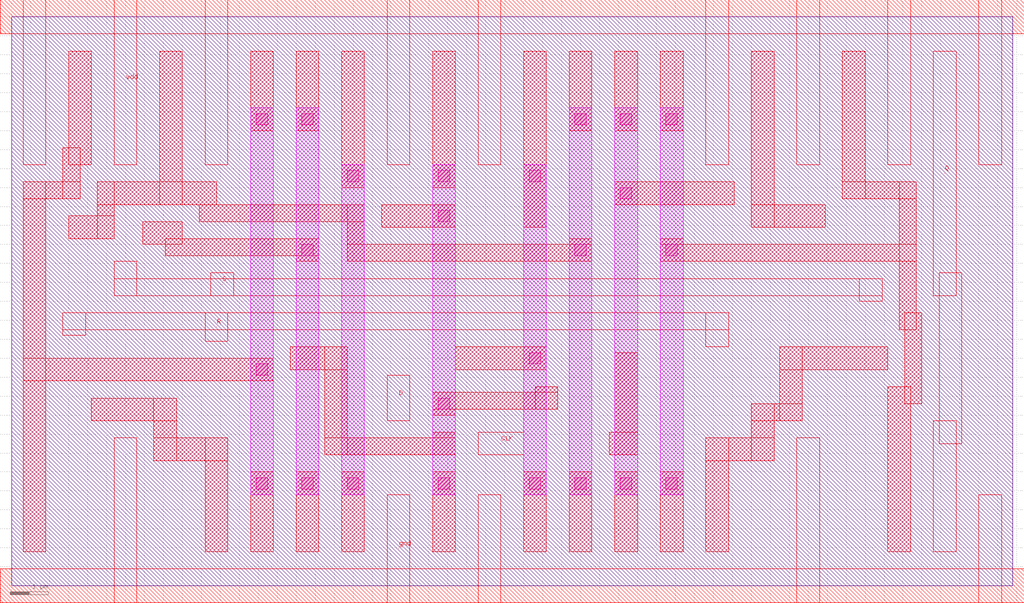
<source format=lef>
# LEF file generated by Abstract Generator version 5.5.10 on Jul 28 14:08:17 2004
#
# Contains LEF for all bins.
# Options:   [x] Antenna
#            [x] Geometry
#            [x] Technology

VERSION 5.4 ;
NAMESCASESENSITIVE ON ;
BUSBITCHARS "[]" ;
DIVIDERCHAR "/" ;
UNITS
  DATABASE MICRONS 1000 ;
END UNITS

USEMINSPACING OBS ON ;
USEMINSPACING PIN OFF ;
CLEARANCEMEASURE EUCLIDEAN ;


MANUFACTURINGGRID 0.075 ;

LAYER nwell
  TYPE	MASTERSLICE ;
END nwell

LAYER nactive
  TYPE	MASTERSLICE ;
END nactive

LAYER pactive
  TYPE	MASTERSLICE ;
END pactive

LAYER poly
  TYPE	MASTERSLICE ;
END poly

LAYER cc
  TYPE	CUT ;
  SPACING	0.45 ;
END cc

LAYER metal1
  TYPE		ROUTING ;
  DIRECTION	HORIZONTAL ;
  PITCH		1.5  ;
  WIDTH		0.45 ;
  SPACING	0.45 ;
  RESISTANCE	RPERSQ 0.07 ;
  CAPACITANCE	CPERSQDIST 3.6e-05 ;
END metal1

LAYER via
  TYPE	CUT ;
  SPACING	0.45 ;
END via

LAYER metal2
  TYPE		ROUTING ;
  DIRECTION	VERTICAL ;
  PITCH		1.2  ;
  WIDTH		0.45 ;
  SPACING	0.45 ;
  RESISTANCE	RPERSQ 0.07 ;
  CAPACITANCE	CPERSQDIST 1.6e-05 ;
END metal2

LAYER via2
  TYPE	CUT ;
  SPACING	0.45 ;
END via2

LAYER metal3
  TYPE		ROUTING ;
  DIRECTION	HORIZONTAL ;
  PITCH		1.5  ;
  WIDTH		0.45 ;
  SPACING	0.45 ;
  RESISTANCE	RPERSQ 0.07 ;
  CAPACITANCE	CPERSQDIST 1e-05 ;
END metal3

LAYER via3
  TYPE	CUT ;
  SPACING	0.6 ;
END via3

LAYER metal4
  TYPE		ROUTING ;
  DIRECTION	VERTICAL ;
  PITCH		1.2  ;
  WIDTH		0.45 ;
  SPACING	0.45 ;
  RESISTANCE	RPERSQ 0.07 ;
  CAPACITANCE	CPERSQDIST 5e-06 ;
END metal4

LAYER via4
  TYPE	CUT ;
  SPACING	0.45 ;
END via4

LAYER metal5
  TYPE		ROUTING ;
  DIRECTION	HORIZONTAL ;
  PITCH		1.5  ;
  WIDTH		0.6 ;
  SPACING	0.45 ;
  RESISTANCE	RPERSQ 0.02 ;
  CAPACITANCE	CPERSQDIST 4e-06 ;
END metal5

VIA M2_M1 DEFAULT
  LAYER metal1 ;
    RECT -0.300 -0.300 0.300 0.300 ;
  LAYER via ;
    RECT -0.150 -0.150 0.150 0.150 ;
  LAYER metal2 ;
    RECT -0.300 -0.300 0.300 0.300 ;
END M2_M1

VIA M3_M2 DEFAULT
  LAYER metal2 ;
    RECT -0.300 -0.300 0.300 0.300 ;
  LAYER via2 ;
    RECT -0.150 -0.150 0.150 0.150 ;
  LAYER metal3 ;
    RECT -0.300 -0.300 0.300 0.300 ;
END M3_M2

VIA M4_M3 DEFAULT
  LAYER metal3 ;
    RECT -0.300 -0.300 0.300 0.300 ;
  LAYER via3 ;
    RECT -0.150 -0.150 0.150 0.150 ;
  LAYER metal4 ;
    RECT -0.300 -0.300 0.300 0.300 ;
END M4_M3

VIA M5_M4 DEFAULT
  LAYER metal4 ;
    RECT -0.300 -0.300 0.300 0.300 ;
  LAYER via4 ;
    RECT -0.150 -0.150 0.150 0.150 ;
  LAYER metal5 ;
    RECT -0.300 -0.300 0.300 0.300 ;
END M5_M4


VIARULE viagen21 GENERATE
  LAYER metal1 ;
    DIRECTION HORIZONTAL ;
    WIDTH 0.6 TO 60 ;
    OVERHANG 0.15 ;
    METALOVERHANG 0 ;
  LAYER metal2 ;
    DIRECTION VERTICAL ;
    WIDTH 0.6 TO 60 ;
    OVERHANG 0.15 ;
    METALOVERHANG 0 ;
  LAYER via ;
    RECT -0.15 -0.15 0.15 0.15 ;
    SPACING 0.75 BY 0.75 ;
END viagen21

VIARULE viagen32 GENERATE
  LAYER metal3 ;
    DIRECTION HORIZONTAL ;
    WIDTH 0.6 TO 60 ;
    OVERHANG 0.15 ;
    METALOVERHANG 0 ;
  LAYER metal2 ;
    DIRECTION VERTICAL ;
    WIDTH 0.6 TO 60 ;
    OVERHANG 0.15 ;
    METALOVERHANG 0 ;
  LAYER via2 ;
    RECT -0.15 -0.15 0.15 0.15 ;
    SPACING 0.75 BY 0.75 ;
END viagen32

VIARULE viagen43 GENERATE
  LAYER metal3 ;
    DIRECTION HORIZONTAL ;
    WIDTH 0.6 TO 60 ;
    OVERHANG 0.15 ;
    METALOVERHANG 0 ;
  LAYER metal4 ;
    DIRECTION VERTICAL ;
    WIDTH 0.6 TO 60 ;
    OVERHANG 0.15 ;
    METALOVERHANG 0 ;
  LAYER via3 ;
    RECT -0.15 -0.15 0.15 0.15 ;
    SPACING 0.9 BY 0.9 ;
END viagen43

VIARULE viagen54 GENERATE
  LAYER metal5 ;
    DIRECTION HORIZONTAL ;
    WIDTH 0.6 TO 60 ;
    OVERHANG 0.15 ;
    METALOVERHANG 0 ;
  LAYER metal4 ;
    DIRECTION VERTICAL ;
    WIDTH 0.6 TO 60 ;
    OVERHANG 0.15 ;
    METALOVERHANG 0 ;
  LAYER via4 ;
    RECT -0.15 -0.15 0.15 0.15 ;
    SPACING 0.75 BY 0.75 ;
END viagen54

VIARULE TURN1 GENERATE
  LAYER metal1 ;
    DIRECTION HORIZONTAL ;
  LAYER metal1 ;
    DIRECTION VERTICAL ;
END TURN1

VIARULE TURN2 GENERATE
  LAYER metal2 ;
    DIRECTION HORIZONTAL ;
  LAYER metal2 ;
    DIRECTION VERTICAL ;
END TURN2

VIARULE TURN3 GENERATE
  LAYER metal3 ;
    DIRECTION HORIZONTAL ;
  LAYER metal3 ;
    DIRECTION VERTICAL ;
END TURN3

VIARULE TURN4 GENERATE
  LAYER metal4 ;
    DIRECTION HORIZONTAL ;
  LAYER metal4 ;
    DIRECTION VERTICAL ;
END TURN4

VIARULE TURN5 GENERATE
  LAYER metal5 ;
    DIRECTION HORIZONTAL ;
  LAYER metal5 ;
    DIRECTION VERTICAL ;
END TURN5

SITE  core
    CLASS	CORE ;
    SYMMETRY	Y ;
    SIZE	1.200 BY 15.000 ;
END  core

MACRO FILL
  CLASS  CORE ;
  FOREIGN FILL 0.000 0.000 ;
  ORIGIN 0.000 0.000 ;
  SIZE 1.200 BY 15.000 ;
  SYMMETRY X Y  ;
  SITE core ;
  PIN gnd
    DIRECTION INOUT ;
    USE GROUND ;
    SHAPE ABUTMENT ;
    PORT
      LAYER metal1 ;
        RECT -0.300 -0.450 1.500 0.450 ;
    END
  END gnd
  PIN vdd
    DIRECTION INOUT ;
    USE POWER ;
    SHAPE ABUTMENT ;
    PORT
      LAYER metal1 ;
        RECT -0.300 14.550 1.500 15.450 ;
    END
  END vdd
END FILL

MACRO AND2X1
  CLASS  CORE ;
  FOREIGN AND2X1 0.000 0.000 ;
  ORIGIN 0.000 0.000 ;
  SIZE 4.800 BY 15.000 ;
  SYMMETRY X Y  ;
  SITE core ;
  PIN A
    DIRECTION INPUT ;
    PORT
      LAYER metal1 ;
        RECT 0.300 4.950 0.900 6.150 ;
    END
  END A
  PIN B
    DIRECTION INPUT ;
    PORT
      LAYER metal1 ;
        RECT 1.950 7.350 2.550 8.550 ;
        RECT 1.500 7.950 2.550 8.550 ;
    END
  END B
  PIN gnd
    DIRECTION INOUT ;
    USE GROUND ;
    SHAPE ABUTMENT ;
    PORT
      LAYER metal1 ;
        RECT 2.250 -0.450 2.850 3.900 ;
        RECT -0.300 -0.450 5.100 0.450 ;
    END
  END gnd
  PIN Y
    DIRECTION OUTPUT ;
    PORT
      LAYER metal1 ;
        RECT 3.900 9.450 4.500 10.050 ;
        RECT 3.900 11.100 4.500 14.100 ;
        RECT 4.050 2.400 4.500 14.100 ;
        RECT 3.450 0.900 4.050 2.850 ;
    END
  END Y
  PIN vdd
    DIRECTION INOUT ;
    USE POWER ;
    SHAPE ABUTMENT ;
    PORT
      LAYER metal1 ;
        RECT 0.300 11.100 0.900 15.450 ;
        RECT -0.300 14.550 5.100 15.450 ;
        RECT 2.700 11.100 3.300 15.450 ;
    END
  END vdd
  OBS 
      LAYER metal1 ;
        RECT 0.300 0.900 0.900 3.900 ;
        RECT 0.450 3.900 1.800 4.350 ;
        RECT 1.350 3.900 1.800 4.950 ;
        RECT 3.000 4.350 3.600 4.950 ;
        RECT 1.350 4.500 3.600 4.950 ;
        RECT 3.000 4.350 3.450 10.650 ;
        RECT 1.650 10.200 3.450 10.650 ;
        RECT 1.650 10.200 2.100 14.100 ;
        RECT 1.500 11.100 2.100 14.100 ;
  END 
END AND2X1

MACRO AND2X2
  CLASS  CORE ;
  FOREIGN AND2X2 0.000 0.000 ;
  ORIGIN 0.000 0.000 ;
  SIZE 4.800 BY 15.000 ;
  SYMMETRY X Y  ;
  SITE core ;
  PIN A
    DIRECTION INPUT ;
    PORT
      LAYER metal1 ;
        RECT 0.300 4.950 0.900 6.150 ;
    END
  END A
  PIN B
    DIRECTION INPUT ;
    PORT
      LAYER metal1 ;
        RECT 1.650 5.400 2.100 7.050 ;
        RECT 1.800 5.250 2.400 5.850 ;
        RECT 1.500 6.450 2.100 7.050 ;
    END
  END B
  PIN gnd
    DIRECTION INOUT ;
    USE GROUND ;
    SHAPE ABUTMENT ;
    PORT
      LAYER metal1 ;
        RECT 2.250 -0.450 2.850 3.750 ;
        RECT -0.300 -0.450 5.100 0.450 ;
    END
  END gnd
  PIN Y
    DIRECTION OUTPUT ;
    PORT
      LAYER metal1 ;
        RECT 3.900 6.450 4.500 7.050 ;
        RECT 3.900 8.100 4.500 14.100 ;
        RECT 4.050 3.150 4.500 14.100 ;
        RECT 3.450 0.900 4.050 3.900 ;
    END
  END Y
  PIN vdd
    DIRECTION INOUT ;
    USE POWER ;
    SHAPE ABUTMENT ;
    PORT
      LAYER metal1 ;
        RECT 0.300 11.100 0.900 15.450 ;
        RECT -0.300 14.550 5.100 15.450 ;
        RECT 2.700 8.400 3.300 15.450 ;
    END
  END vdd
  OBS 
      LAYER metal1 ;
        RECT 0.300 0.900 0.900 3.900 ;
        RECT 0.450 0.900 0.900 4.500 ;
        RECT 0.450 4.050 1.800 4.500 ;
        RECT 1.350 4.350 3.600 4.800 ;
        RECT 3.000 4.350 3.600 4.950 ;
        RECT 3.000 4.350 3.450 7.950 ;
        RECT 1.650 7.500 3.450 7.950 ;
        RECT 1.650 7.500 2.100 14.100 ;
        RECT 1.500 11.100 2.100 14.100 ;
  END 
END AND2X2

MACRO AOI21X1
  CLASS  CORE ;
  FOREIGN AOI21X1 0.000 0.000 ;
  ORIGIN 0.000 0.000 ;
  SIZE 4.800 BY 15.000 ;
  SYMMETRY X Y  ;
  SITE core ;
  PIN A
    DIRECTION INPUT ;
    PORT
      LAYER metal1 ;
        RECT 0.300 6.450 0.900 7.050 ;
        RECT 0.900 6.600 1.500 7.350 ;
    END
  END A
  PIN B
    DIRECTION INPUT ;
    PORT
      LAYER metal1 ;
        RECT 1.500 4.950 2.100 6.150 ;
    END
  END B
  PIN C
    DIRECTION INPUT ;
    PORT
      LAYER metal1 ;
        RECT 3.750 2.850 4.350 3.450 ;
        RECT 3.900 3.450 4.500 4.050 ;
    END
  END C
  PIN gnd
    DIRECTION INOUT ;
    USE GROUND ;
    SHAPE ABUTMENT ;
    PORT
      LAYER metal1 ;
        RECT 0.750 -0.450 1.350 3.900 ;
        RECT -0.300 -0.450 5.100 0.450 ;
        RECT 3.900 -0.450 4.500 2.400 ;
    END
  END gnd
  PIN Y
    DIRECTION OUTPUT ;
    PORT
      LAYER metal1 ;
        RECT 2.700 0.900 3.150 7.050 ;
        RECT 3.900 8.100 4.500 14.100 ;
        RECT 2.700 6.600 4.500 7.050 ;
        RECT 3.900 6.450 4.500 7.050 ;
        RECT 3.900 6.450 4.350 14.100 ;
        RECT 2.700 0.900 3.300 3.900 ;
    END
  END Y
  PIN vdd
    DIRECTION INOUT ;
    USE POWER ;
    SHAPE ABUTMENT ;
    PORT
      LAYER metal1 ;
        RECT 1.500 9.000 2.100 15.450 ;
        RECT -0.300 14.550 5.100 15.450 ;
    END
  END vdd
  OBS 
      LAYER metal1 ;
        RECT 0.300 8.100 3.300 8.550 ;
        RECT 0.300 8.100 0.900 14.100 ;
        RECT 2.700 8.100 3.300 14.100 ;
  END 
END AOI21X1

MACRO AOI22X1
  CLASS  CORE ;
  FOREIGN AOI22X1 0.000 0.000 ;
  ORIGIN 0.000 0.000 ;
  SIZE 6.000 BY 15.000 ;
  SYMMETRY X Y  ;
  SITE core ;
  PIN A
    DIRECTION INPUT ;
    PORT
      LAYER metal1 ;
        RECT 0.300 6.450 0.900 7.050 ;
        RECT 0.900 6.600 1.500 7.350 ;
    END
  END A
  PIN B
    DIRECTION INPUT ;
    PORT
      LAYER metal1 ;
        RECT 1.500 4.950 2.100 6.150 ;
    END
  END B
  PIN C
    DIRECTION INPUT ;
    PORT
      LAYER metal1 ;
        RECT 5.100 6.450 5.700 7.650 ;
    END
  END C
  PIN D
    DIRECTION INPUT ;
    PORT
      LAYER metal1 ;
        RECT 3.900 4.950 4.350 6.450 ;
        RECT 3.900 4.950 4.500 5.550 ;
        RECT 3.750 5.850 4.350 6.450 ;
    END
  END D
  PIN gnd
    DIRECTION INOUT ;
    USE GROUND ;
    SHAPE ABUTMENT ;
    PORT
      LAYER metal1 ;
        RECT 0.600 -0.450 1.200 3.900 ;
        RECT -0.300 -0.450 6.300 0.450 ;
        RECT 5.100 -0.450 5.700 3.900 ;
    END
  END gnd
  PIN Y
    DIRECTION OUTPUT ;
    PORT
      LAYER metal1 ;
        RECT 2.700 6.450 3.300 7.050 ;
        RECT 3.900 8.100 4.500 13.200 ;
        RECT 3.900 7.200 4.350 13.200 ;
        RECT 2.850 7.200 4.350 7.650 ;
        RECT 2.550 0.900 3.750 3.900 ;
        RECT 2.850 0.900 3.300 7.650 ;
    END
  END Y
  PIN vdd
    DIRECTION INOUT ;
    USE POWER ;
    SHAPE ABUTMENT ;
    PORT
      LAYER metal1 ;
        RECT 1.500 9.000 2.100 15.450 ;
        RECT -0.300 14.550 6.300 15.450 ;
    END
  END vdd
  OBS 
      LAYER metal1 ;
        RECT 0.300 8.100 3.300 8.550 ;
        RECT 2.700 8.100 3.300 14.100 ;
        RECT 0.300 8.100 0.900 14.100 ;
        RECT 5.100 8.100 5.700 14.100 ;
        RECT 2.700 13.650 5.700 14.100 ;
  END 
END AOI22X1

MACRO BUFX2
  CLASS  CORE ;
  FOREIGN BUFX2 0.000 0.000 ;
  ORIGIN 0.000 0.000 ;
  SIZE 3.600 BY 15.000 ;
  SYMMETRY X Y  ;
  SITE core ;
  PIN A
    DIRECTION INPUT ;
    PORT
      LAYER metal1 ;
        RECT 0.300 5.850 0.900 7.050 ;
    END
  END A
  PIN gnd
    DIRECTION INOUT ;
    USE GROUND ;
    SHAPE ABUTMENT ;
    PORT
      LAYER metal1 ;
        RECT 1.500 -0.450 2.100 3.900 ;
        RECT -0.300 -0.450 3.900 0.450 ;
    END
  END gnd
  PIN Y
    DIRECTION OUTPUT ;
    PORT
      LAYER metal1 ;
        RECT 2.700 0.900 3.300 6.450 ;
        RECT 2.700 8.100 3.300 14.100 ;
        RECT 2.850 0.900 3.300 14.100 ;
    END
  END Y
  PIN vdd
    DIRECTION INOUT ;
    USE POWER ;
    SHAPE ABUTMENT ;
    PORT
      LAYER metal1 ;
        RECT 1.500 9.000 2.100 15.450 ;
        RECT -0.300 14.550 3.900 15.450 ;
    END
  END vdd
  OBS 
      LAYER metal1 ;
        RECT 0.300 0.900 0.900 4.800 ;
        RECT 0.300 4.350 1.950 4.800 ;
        RECT 1.500 7.050 2.400 7.650 ;
        RECT 1.500 4.350 1.950 8.550 ;
        RECT 0.300 8.100 1.950 8.550 ;
        RECT 0.300 8.100 0.900 14.100 ;
  END 
END BUFX2

MACRO BUFX4
  CLASS  CORE ;
  FOREIGN BUFX4 0.000 0.000 ;
  ORIGIN 0.000 0.000 ;
  SIZE 4.800 BY 15.000 ;
  SYMMETRY X Y  ;
  SITE core ;
  PIN A
    DIRECTION INPUT ;
    PORT
      LAYER metal1 ;
        RECT 0.450 5.850 1.050 7.050 ;
        RECT 0.300 6.450 1.050 7.050 ;
    END
  END A
  PIN gnd
    DIRECTION INOUT ;
    USE GROUND ;
    SHAPE ABUTMENT ;
    PORT
      LAYER metal1 ;
        RECT 1.500 -0.450 2.100 3.900 ;
        RECT -0.300 -0.450 5.100 0.450 ;
        RECT 3.900 -0.450 4.500 3.900 ;
    END
  END gnd
  PIN Y
    DIRECTION OUTPUT ;
    PORT
      LAYER metal1 ;
        RECT 2.700 0.900 3.300 3.900 ;
        RECT 3.000 3.450 3.450 8.850 ;
        RECT 2.700 8.100 3.300 14.100 ;
        RECT 2.700 4.950 3.450 5.550 ;
    END
  END Y
  PIN vdd
    DIRECTION INOUT ;
    USE POWER ;
    SHAPE ABUTMENT ;
    PORT
      LAYER metal1 ;
        RECT 1.500 9.000 2.100 15.450 ;
        RECT -0.300 14.550 5.100 15.450 ;
        RECT 3.900 8.100 4.500 15.450 ;
    END
  END vdd
  OBS 
      LAYER metal1 ;
        RECT 0.300 0.900 0.900 4.800 ;
        RECT 0.300 4.350 2.250 4.800 ;
        RECT 1.800 6.000 2.550 6.600 ;
        RECT 1.800 4.350 2.250 8.550 ;
        RECT 0.300 8.100 2.250 8.550 ;
        RECT 0.300 8.100 0.900 14.100 ;
  END 
END BUFX4

MACRO DFFNEGX1
  CLASS  CORE ;
  FOREIGN DFFNEGX1 0.000 0.000 ;
  ORIGIN 0.000 0.000 ;
  SIZE 14.400 BY 15.000 ;
  SYMMETRY X Y  ;
  SITE core ;
  PIN Q
    DIRECTION OUTPUT ;
    PORT
      LAYER metal1 ;
        RECT 10.950 7.050 11.550 7.650 ;
        RECT 13.500 0.900 14.100 14.100 ;
        RECT 10.950 7.200 14.100 7.650 ;
        RECT 11.250 4.200 14.100 4.650 ;
        RECT 11.250 4.050 11.850 4.650 ;
    END
  END Q
  PIN CLK
    DIRECTION INPUT ;
    USE CLOCK ;
    PORT
      LAYER metal2 ;
        RECT 3.900 5.100 4.500 10.050 ;
      LAYER via ;
        RECT 4.050 9.600 4.350 9.900 ;
        RECT 4.050 5.250 4.350 5.550 ;
      LAYER metal1 ;
        RECT 3.900 9.450 4.500 10.050 ;
        RECT 0.900 5.100 9.600 5.550 ;
        RECT 9.000 4.950 9.600 5.550 ;
        RECT 3.900 5.100 4.500 5.700 ;
        RECT 3.150 3.450 3.750 4.050 ;
        RECT 3.000 4.050 3.600 5.550 ;
        RECT 0.900 4.950 2.100 5.550 ;
        RECT 4.050 10.050 4.650 10.650 ;
    END
  END CLK
  PIN D
    DIRECTION INPUT ;
    PORT
      LAYER metal1 ;
        RECT 2.100 6.300 2.700 6.900 ;
        RECT 5.100 6.450 5.700 7.050 ;
        RECT 2.100 6.450 5.700 6.900 ;
    END
  END D
  PIN gnd
    DIRECTION INOUT ;
    USE GROUND ;
    SHAPE ABUTMENT ;
    PORT
      LAYER metal1 ;
        RECT 1.500 -0.450 2.100 3.900 ;
        RECT -0.300 -0.450 14.700 0.450 ;
        RECT 12.300 -0.450 12.900 3.750 ;
        RECT 8.100 -0.450 8.700 2.400 ;
        RECT 5.550 -0.450 6.300 2.400 ;
    END
  END gnd
  PIN vdd
    DIRECTION INOUT ;
    USE POWER ;
    SHAPE ABUTMENT ;
    PORT
      LAYER metal1 ;
        RECT 1.500 8.250 2.100 15.450 ;
        RECT -0.300 14.550 14.700 15.450 ;
        RECT 12.300 8.100 12.900 15.450 ;
        RECT 8.100 11.100 8.700 15.450 ;
        RECT 5.700 11.100 6.300 15.450 ;
    END
  END vdd
  OBS 
      LAYER metal2 ;
        RECT 0.300 3.900 0.900 8.100 ;
        RECT 2.700 2.400 3.300 7.500 ;
        RECT 2.700 2.400 3.150 11.100 ;
        RECT 2.700 8.100 3.300 11.100 ;
        RECT 9.900 2.400 10.500 8.550 ;
        RECT 9.900 2.400 10.350 11.100 ;
        RECT 9.900 9.150 10.500 11.100 ;
      LAYER metal1 ;
        RECT 0.300 0.900 0.900 4.500 ;
        RECT 2.700 10.500 3.300 11.550 ;
        RECT 2.700 11.100 4.200 11.550 ;
        RECT 3.600 11.100 4.200 14.100 ;
        RECT 3.600 0.900 4.200 2.400 ;
        RECT 2.700 1.950 4.200 2.400 ;
        RECT 2.700 1.950 3.300 3.000 ;
        RECT 2.700 8.550 6.750 9.000 ;
        RECT 2.700 8.550 3.300 9.150 ;
        RECT 6.150 8.550 6.750 9.150 ;
        RECT 6.900 0.900 7.500 2.400 ;
        RECT 6.900 0.900 7.350 3.300 ;
        RECT 5.250 2.850 7.350 3.300 ;
        RECT 5.250 2.850 5.850 3.450 ;
        RECT 5.250 10.050 5.850 10.650 ;
        RECT 7.350 10.050 7.950 10.650 ;
        RECT 5.250 10.200 7.950 10.650 ;
        RECT 6.900 10.200 7.350 14.100 ;
        RECT 6.900 11.100 7.500 14.100 ;
        RECT 9.900 10.500 10.500 11.100 ;
        RECT 10.050 11.100 10.950 14.100 ;
        RECT 0.300 7.350 3.750 7.800 ;
        RECT 3.150 7.650 8.550 8.100 ;
        RECT 8.100 7.650 8.550 9.150 ;
        RECT 8.100 8.550 10.950 9.000 ;
        RECT 8.100 8.550 8.850 9.150 ;
        RECT 10.350 8.550 10.950 9.150 ;
        RECT 0.300 7.350 0.900 14.100 ;
        RECT 10.050 0.900 10.950 2.400 ;
        RECT 9.900 1.950 10.500 3.000 ;
        RECT 9.900 6.000 10.500 6.600 ;
        RECT 9.900 6.150 12.750 6.600 ;
        RECT 12.150 6.150 12.750 6.750 ;
      LAYER via ;
        RECT 0.450 7.650 0.750 7.950 ;
        RECT 0.450 4.050 0.750 4.350 ;
        RECT 2.850 10.650 3.150 10.950 ;
        RECT 2.850 8.700 3.150 9.000 ;
        RECT 2.850 2.550 3.150 2.850 ;
        RECT 10.050 10.650 10.350 10.950 ;
        RECT 10.050 6.150 10.350 6.450 ;
        RECT 10.050 2.550 10.350 2.850 ;
  END 
END DFFNEGX1

MACRO NOR3X1
  CLASS  CORE ;
  FOREIGN NOR3X1 0.000 0.000 ;
  ORIGIN 0.000 0.000 ;
  SIZE 9.600 BY 15.000 ;
  SYMMETRY X Y  ;
  SITE core ;
  PIN A
    DIRECTION INPUT ;
    PORT
      LAYER metal1 ;
        RECT 1.500 3.450 2.850 4.050 ;
    END
  END A
  PIN B
    DIRECTION INPUT ;
    PORT
      LAYER metal1 ;
        RECT 2.700 4.950 3.900 5.550 ;
    END
  END B
  PIN C
    DIRECTION INPUT ;
    PORT
      LAYER metal1 ;
        RECT 3.900 6.450 5.100 7.050 ;
    END
  END C
  PIN gnd
    DIRECTION INOUT ;
    USE GROUND ;
    SHAPE ABUTMENT ;
    PORT
      LAYER metal1 ;
        RECT 1.500 -0.450 2.100 2.400 ;
        RECT -0.300 -0.450 9.900 0.450 ;
        RECT 3.900 -0.450 4.500 2.100 ;
    END
  END gnd
  PIN Y
    DIRECTION OUTPUT ;
    PORT
      LAYER metal1 ;
        RECT 2.700 0.900 3.300 2.400 ;
        RECT 7.500 9.000 8.100 13.200 ;
        RECT 7.500 7.950 8.100 8.550 ;
        RECT 7.500 7.950 7.950 13.200 ;
        RECT 5.550 7.950 8.100 8.400 ;
        RECT 5.550 2.400 6.000 8.400 ;
        RECT 5.100 0.900 5.700 3.000 ;
        RECT 3.000 2.550 6.000 3.000 ;
        RECT 3.000 1.950 3.450 3.000 ;
    END
  END Y
  PIN vdd
    DIRECTION INOUT ;
    USE POWER ;
    SHAPE ABUTMENT ;
    PORT
      LAYER metal1 ;
        RECT 1.500 9.600 2.100 15.450 ;
        RECT -0.300 14.550 9.900 15.450 ;
    END
  END vdd
  OBS 
      LAYER metal1 ;
        RECT 0.450 8.700 3.150 9.150 ;
        RECT 2.700 8.700 3.150 14.100 ;
        RECT 2.700 9.600 3.300 14.100 ;
        RECT 0.450 8.700 0.900 14.100 ;
        RECT 0.300 9.600 0.900 14.100 ;
        RECT 5.100 9.750 5.700 14.100 ;
        RECT 2.700 13.650 5.700 14.100 ;
        RECT 4.050 8.850 6.750 9.300 ;
        RECT 4.050 8.850 4.500 13.200 ;
        RECT 3.900 9.600 4.500 13.200 ;
        RECT 6.300 9.000 6.900 13.500 ;
        RECT 8.700 9.000 9.300 13.500 ;
        RECT 6.450 9.000 6.900 14.100 ;
        RECT 8.700 9.000 9.150 14.100 ;
        RECT 6.450 13.650 9.150 14.100 ;
  END 
END NOR3X1

MACRO DFFPOSX1
  CLASS  CORE ;
  FOREIGN DFFPOSX1 0.000 0.000 ;
  ORIGIN 0.000 0.000 ;
  SIZE 14.400 BY 15.000 ;
  SYMMETRY X Y  ;
  SITE core ;
  PIN Q
    DIRECTION OUTPUT ;
    PORT
      LAYER metal1 ;
        RECT 10.950 7.050 11.550 7.650 ;
        RECT 13.500 0.900 14.100 14.100 ;
        RECT 10.950 7.200 14.100 7.650 ;
        RECT 11.250 4.200 14.100 4.650 ;
        RECT 11.250 4.050 11.850 4.650 ;
    END
  END Q
  PIN CLK
    DIRECTION INPUT ;
    USE CLOCK ;
    PORT
      LAYER metal1 ;
        RECT 0.900 4.950 2.100 5.550 ;
        RECT 10.050 9.150 11.100 9.750 ;
        RECT 10.050 7.950 10.500 9.750 ;
        RECT 8.700 7.950 10.500 8.400 ;
        RECT 8.700 5.100 9.150 8.400 ;
        RECT 8.250 4.950 8.850 5.550 ;
        RECT 0.900 5.100 9.150 5.550 ;
        RECT 4.050 2.850 4.500 5.550 ;
        RECT 3.900 2.850 4.500 3.450 ;
        RECT 3.150 5.100 3.750 5.700 ;
    END
  END CLK
  PIN D
    DIRECTION INPUT ;
    PORT
      LAYER metal1 ;
        RECT 1.950 6.300 2.550 6.900 ;
        RECT 5.100 6.450 5.700 7.050 ;
        RECT 1.950 6.450 5.700 6.900 ;
    END
  END D
  PIN gnd
    DIRECTION INOUT ;
    USE GROUND ;
    SHAPE ABUTMENT ;
    PORT
      LAYER metal1 ;
        RECT 1.500 -0.450 2.100 3.900 ;
        RECT -0.300 -0.450 14.700 0.450 ;
        RECT 12.300 -0.450 12.900 3.750 ;
        RECT 8.100 -0.450 8.700 2.400 ;
        RECT 5.550 -0.450 6.300 2.400 ;
    END
  END gnd
  PIN vdd
    DIRECTION INOUT ;
    USE POWER ;
    SHAPE ABUTMENT ;
    PORT
      LAYER metal1 ;
        RECT 1.500 8.250 2.100 15.450 ;
        RECT -0.300 14.550 14.700 15.450 ;
        RECT 12.300 8.100 12.900 15.450 ;
        RECT 8.100 11.100 8.700 15.450 ;
        RECT 5.700 11.100 6.300 15.450 ;
    END
  END vdd
  OBS 
      LAYER metal2 ;
        RECT 0.300 3.900 0.900 8.100 ;
        RECT 2.700 2.400 3.300 11.100 ;
        RECT 9.900 2.400 10.500 11.100 ;
      LAYER metal1 ;
        RECT 0.300 0.900 0.900 4.500 ;
        RECT 2.700 10.500 3.300 11.550 ;
        RECT 2.700 11.100 4.200 11.550 ;
        RECT 3.600 11.100 4.200 14.100 ;
        RECT 3.600 0.900 4.200 2.400 ;
        RECT 2.700 1.950 4.200 2.400 ;
        RECT 2.700 1.950 3.300 3.000 ;
        RECT 2.700 8.550 6.750 9.000 ;
        RECT 2.700 8.550 3.300 9.150 ;
        RECT 6.150 8.550 6.750 9.150 ;
        RECT 6.900 0.900 7.500 2.400 ;
        RECT 6.900 0.900 7.350 3.300 ;
        RECT 5.250 2.850 7.350 3.300 ;
        RECT 5.250 2.850 5.850 3.450 ;
        RECT 5.250 10.050 5.850 10.650 ;
        RECT 7.350 10.050 7.950 10.650 ;
        RECT 5.250 10.200 7.950 10.650 ;
        RECT 6.900 10.200 7.350 14.100 ;
        RECT 6.900 11.100 7.500 14.100 ;
        RECT 0.300 7.500 4.650 7.800 ;
        RECT 0.300 7.350 4.500 7.800 ;
        RECT 4.050 7.650 7.650 8.100 ;
        RECT 7.200 7.650 7.650 9.450 ;
        RECT 8.250 8.850 8.850 9.450 ;
        RECT 7.200 9.000 8.850 9.450 ;
        RECT 0.300 7.350 0.900 14.100 ;
        RECT 9.900 10.500 10.500 11.100 ;
        RECT 10.050 11.100 10.950 14.100 ;
        RECT 10.050 0.900 10.950 2.400 ;
        RECT 9.900 1.950 10.500 3.000 ;
        RECT 9.900 6.000 10.500 6.600 ;
        RECT 9.900 6.150 12.750 6.600 ;
        RECT 12.150 6.150 12.750 6.750 ;
      LAYER via ;
        RECT 0.450 7.650 0.750 7.950 ;
        RECT 0.450 4.050 0.750 4.350 ;
        RECT 2.850 10.650 3.150 10.950 ;
        RECT 2.850 8.700 3.150 9.000 ;
        RECT 2.850 2.550 3.150 2.850 ;
        RECT 10.050 10.650 10.350 10.950 ;
        RECT 10.050 6.150 10.350 6.450 ;
        RECT 10.050 2.550 10.350 2.850 ;
  END 
END DFFPOSX1

MACRO FAX1
  CLASS  CORE ;
  FOREIGN FAX1 0.000 0.000 ;
  ORIGIN 0.000 0.000 ;
  SIZE 18.000 BY 15.000 ;
  SYMMETRY X Y  ;
  SITE core ;
  PIN YC
    DIRECTION OUTPUT ;
    PORT
      LAYER metal1 ;
        RECT 17.100 0.900 17.700 2.400 ;
        RECT 17.100 11.100 17.700 14.100 ;
        RECT 17.250 0.900 17.700 14.100 ;
        RECT 17.100 4.950 17.700 5.550 ;
    END
  END YC
  PIN YS
    DIRECTION OUTPUT ;
    PORT
      LAYER metal1 ;
        RECT 14.700 0.900 15.300 2.400 ;
        RECT 15.600 3.450 16.500 4.050 ;
        RECT 14.550 6.900 16.050 7.350 ;
        RECT 15.600 2.850 16.050 7.350 ;
        RECT 14.850 2.850 16.050 3.300 ;
        RECT 14.700 11.100 15.300 14.100 ;
        RECT 14.850 0.900 15.300 3.300 ;
        RECT 14.550 6.900 15.000 11.550 ;
    END
  END YS
  PIN A
    DIRECTION INPUT ;
    PORT
      LAYER metal1 ;
        RECT 0.450 4.500 1.500 4.950 ;
        RECT 13.350 5.100 13.950 5.700 ;
        RECT 13.350 4.200 13.800 5.700 ;
        RECT 5.550 4.200 13.800 4.650 ;
        RECT 0.450 4.500 6.150 4.800 ;
        RECT 0.900 4.350 13.800 4.650 ;
        RECT 0.300 4.950 0.900 5.550 ;
    END
  END A
  PIN B
    DIRECTION INPUT ;
    PORT
      LAYER metal1 ;
        RECT 1.650 5.400 2.100 7.050 ;
        RECT 12.000 5.100 12.600 5.700 ;
        RECT 7.050 5.100 12.600 5.550 ;
        RECT 1.650 5.400 7.650 5.700 ;
        RECT 2.100 5.250 12.600 5.550 ;
        RECT 4.350 5.250 4.950 5.850 ;
        RECT 1.650 5.400 2.700 5.850 ;
        RECT 1.500 6.450 2.100 7.050 ;
    END
  END B
  PIN C
    DIRECTION INPUT ;
    PORT
      LAYER metal1 ;
        RECT 2.700 6.450 3.900 7.050 ;
        RECT 10.800 6.000 11.400 6.600 ;
        RECT 7.800 6.150 11.400 6.600 ;
        RECT 2.700 6.450 8.850 6.750 ;
        RECT 2.700 6.450 8.250 6.900 ;
    END
  END C
  PIN gnd
    DIRECTION INOUT ;
    USE GROUND ;
    SHAPE ABUTMENT ;
    PORT
      LAYER metal1 ;
        RECT 1.500 -0.450 2.100 3.000 ;
        RECT -0.300 -0.450 18.300 0.450 ;
        RECT 15.900 -0.450 16.500 2.400 ;
        RECT 13.500 -0.450 14.100 3.750 ;
        RECT 8.250 -0.450 8.850 2.850 ;
        RECT 5.850 -0.450 6.450 3.600 ;
    END
  END gnd
  PIN vdd
    DIRECTION INOUT ;
    USE POWER ;
    SHAPE ABUTMENT ;
    PORT
      LAYER metal1 ;
        RECT 1.500 9.000 2.100 15.450 ;
        RECT -0.300 14.550 18.300 15.450 ;
        RECT 15.900 11.100 16.500 15.450 ;
        RECT 13.500 6.900 14.100 15.450 ;
        RECT 8.250 9.600 8.850 15.450 ;
        RECT 5.850 8.100 6.450 15.450 ;
    END
  END vdd
  OBS 
      LAYER metal2 ;
        RECT 10.800 3.150 11.400 3.750 ;
        RECT 10.950 5.850 15.150 6.300 ;
        RECT 14.550 5.850 15.150 6.450 ;
        RECT 10.950 3.150 11.400 7.650 ;
        RECT 10.800 7.050 11.400 7.650 ;
        RECT 3.900 3.300 4.500 3.900 ;
        RECT 9.000 7.200 9.600 8.550 ;
        RECT 15.600 7.950 16.200 8.550 ;
        RECT 3.900 8.100 16.200 8.550 ;
        RECT 4.050 3.300 4.500 8.700 ;
        RECT 3.900 8.100 4.500 8.700 ;
      LAYER metal1 ;
        RECT 0.300 8.100 3.300 8.550 ;
        RECT 0.300 8.100 0.900 14.100 ;
        RECT 2.700 8.100 3.300 14.100 ;
        RECT 0.300 0.900 0.900 3.900 ;
        RECT 2.700 0.900 3.300 3.900 ;
        RECT 0.300 3.450 3.300 3.900 ;
        RECT 3.900 8.100 4.500 14.100 ;
        RECT 3.900 0.900 4.500 3.900 ;
        RECT 7.050 8.700 10.050 9.150 ;
        RECT 7.050 8.100 7.650 14.100 ;
        RECT 9.450 8.700 10.050 14.100 ;
        RECT 7.050 0.900 7.650 3.750 ;
        RECT 9.450 0.900 10.050 3.750 ;
        RECT 7.050 3.300 10.050 3.750 ;
        RECT 9.600 7.050 10.200 7.650 ;
        RECT 9.000 7.200 9.600 7.800 ;
        RECT 10.800 7.050 11.400 14.100 ;
        RECT 10.650 7.650 11.400 14.100 ;
        RECT 10.650 0.900 11.400 3.150 ;
        RECT 10.800 0.900 11.400 3.750 ;
        RECT 14.550 5.250 15.150 6.450 ;
        RECT 15.600 7.950 16.800 8.550 ;
      LAYER via ;
        RECT 4.050 8.250 4.350 8.550 ;
        RECT 4.050 3.450 4.350 3.750 ;
        RECT 9.150 7.350 9.450 7.650 ;
        RECT 10.950 7.200 11.250 7.500 ;
        RECT 10.950 3.300 11.250 3.600 ;
        RECT 14.700 6.000 15.000 6.300 ;
        RECT 15.750 8.100 16.050 8.400 ;
  END 
END FAX1

MACRO HAX1
  CLASS  CORE ;
  FOREIGN HAX1 0.000 0.000 ;
  ORIGIN 0.000 0.000 ;
  SIZE 12.000 BY 15.000 ;
  SYMMETRY X Y  ;
  SITE core ;
  PIN YC
    DIRECTION OUTPUT ;
    PORT
      LAYER metal2 ;
        RECT 3.450 2.400 4.500 3.000 ;
        RECT 3.900 6.300 4.500 6.900 ;
        RECT 4.050 2.400 4.500 6.900 ;
      LAYER via ;
        RECT 3.600 2.550 3.900 2.850 ;
        RECT 4.050 6.450 4.350 6.750 ;
      LAYER metal1 ;
        RECT 3.450 0.900 4.050 3.000 ;
        RECT 3.900 6.300 4.500 14.100 ;
    END
  END YC
  PIN YS
    DIRECTION OUTPUT ;
    PORT
      LAYER metal1 ;
        RECT 9.900 7.950 10.500 8.550 ;
        RECT 10.650 11.100 11.250 14.100 ;
        RECT 10.800 10.200 11.250 14.100 ;
        RECT 10.050 3.000 11.250 3.450 ;
        RECT 10.800 0.900 11.250 3.450 ;
        RECT 10.050 10.200 11.250 10.650 ;
        RECT 10.650 0.900 11.250 2.400 ;
        RECT 10.050 3.000 10.500 10.650 ;
    END
  END YS
  PIN A
    DIRECTION INPUT ;
    PORT
      LAYER metal1 ;
        RECT 0.300 4.500 0.900 5.550 ;
        RECT 7.500 4.950 8.100 5.550 ;
        RECT 6.300 4.950 8.100 5.400 ;
        RECT 0.300 4.500 6.750 4.950 ;
        RECT 0.600 4.350 1.200 4.950 ;
    END
  END A
  PIN B
    DIRECTION INPUT ;
    PORT
      LAYER metal1 ;
        RECT 1.650 6.000 2.250 6.450 ;
        RECT 6.300 5.850 6.900 6.450 ;
        RECT 5.400 5.850 6.900 6.300 ;
        RECT 1.800 5.400 5.850 5.850 ;
        RECT 1.800 5.400 2.400 6.000 ;
        RECT 1.500 6.450 2.100 7.050 ;
    END
  END B
  PIN gnd
    DIRECTION INOUT ;
    USE GROUND ;
    SHAPE ABUTMENT ;
    PORT
      LAYER metal1 ;
        RECT 0.300 -0.450 0.900 3.900 ;
        RECT -0.300 -0.450 12.300 0.450 ;
        RECT 9.450 -0.450 10.050 2.400 ;
        RECT 4.650 -0.450 5.250 3.750 ;
    END
  END gnd
  PIN vdd
    DIRECTION INOUT ;
    USE POWER ;
    SHAPE ABUTMENT ;
    PORT
      LAYER metal1 ;
        RECT 1.500 11.400 2.100 15.450 ;
        RECT -0.300 14.550 12.300 15.450 ;
        RECT 9.450 11.100 10.050 15.450 ;
        RECT 8.250 8.100 8.850 15.450 ;
        RECT 5.100 11.100 5.700 15.450 ;
    END
  END vdd
  OBS 
      LAYER metal2 ;
        RECT 2.850 3.450 3.450 4.050 ;
        RECT 2.850 3.450 3.300 6.900 ;
        RECT 2.850 6.300 3.450 6.900 ;
      LAYER metal1 ;
        RECT 2.850 6.300 3.450 6.900 ;
        RECT 0.450 10.500 3.300 10.950 ;
        RECT 0.450 10.500 0.900 14.100 ;
        RECT 0.300 11.100 0.900 14.100 ;
        RECT 2.850 6.300 3.300 14.100 ;
        RECT 2.700 10.500 3.300 14.100 ;
        RECT 2.250 0.900 2.850 3.900 ;
        RECT 2.850 3.450 4.200 4.050 ;
        RECT 5.850 0.900 8.850 1.350 ;
        RECT 8.250 0.900 8.850 3.600 ;
        RECT 5.850 0.900 6.450 3.900 ;
        RECT 7.050 1.800 7.650 3.900 ;
        RECT 7.200 1.800 7.650 4.500 ;
        RECT 7.200 4.050 9.450 4.500 ;
        RECT 8.550 4.050 9.450 4.650 ;
        RECT 8.550 4.050 9.000 7.650 ;
        RECT 6.450 7.200 9.000 7.650 ;
        RECT 6.450 7.200 6.900 14.100 ;
        RECT 6.300 8.100 6.900 14.100 ;
      LAYER via ;
        RECT 3.000 6.450 3.300 6.750 ;
        RECT 3.000 3.600 3.300 3.900 ;
  END 
END HAX1

MACRO INVX1
  CLASS  CORE ;
  FOREIGN INVX1 0.000 0.000 ;
  ORIGIN 0.000 0.000 ;
  SIZE 2.400 BY 15.000 ;
  SYMMETRY X Y  ;
  SITE core ;
  PIN A
    DIRECTION INPUT ;
    PORT
      LAYER metal1 ;
        RECT 0.300 2.850 0.900 4.050 ;
    END
  END A
  PIN gnd
    DIRECTION INOUT ;
    USE GROUND ;
    SHAPE ABUTMENT ;
    PORT
      LAYER metal1 ;
        RECT 0.300 -0.450 0.900 2.400 ;
        RECT -0.300 -0.450 2.700 0.450 ;
    END
  END gnd
  PIN Y
    DIRECTION OUTPUT ;
    PORT
      LAYER metal1 ;
        RECT 1.500 0.900 2.100 14.100 ;
    END
  END Y
  PIN vdd
    DIRECTION INOUT ;
    USE POWER ;
    SHAPE ABUTMENT ;
    PORT
      LAYER metal1 ;
        RECT 0.300 11.100 0.900 15.450 ;
        RECT -0.300 14.550 2.700 15.450 ;
    END
  END vdd
END INVX1

MACRO INVX2
  CLASS  CORE ;
  FOREIGN INVX2 0.000 0.000 ;
  ORIGIN 0.000 0.000 ;
  SIZE 2.400 BY 15.000 ;
  SYMMETRY X Y  ;
  SITE core ;
  PIN A
    DIRECTION INPUT ;
    PORT
      LAYER metal1 ;
        RECT 0.300 4.350 0.900 5.550 ;
    END
  END A
  PIN gnd
    DIRECTION INOUT ;
    USE GROUND ;
    SHAPE ABUTMENT ;
    PORT
      LAYER metal1 ;
        RECT 0.300 -0.450 0.900 3.900 ;
        RECT -0.300 -0.450 2.700 0.450 ;
    END
  END gnd
  PIN Y
    DIRECTION OUTPUT ;
    PORT
      LAYER metal1 ;
        RECT 1.500 0.900 2.100 14.100 ;
    END
  END Y
  PIN vdd
    DIRECTION INOUT ;
    USE POWER ;
    SHAPE ABUTMENT ;
    PORT
      LAYER metal1 ;
        RECT 0.300 8.100 0.900 15.450 ;
        RECT -0.300 14.550 2.700 15.450 ;
    END
  END vdd
END INVX2

MACRO INVX4
  CLASS  CORE ;
  FOREIGN INVX4 0.000 0.000 ;
  ORIGIN 0.000 0.000 ;
  SIZE 3.600 BY 15.000 ;
  SYMMETRY X Y  ;
  SITE core ;
  PIN A
    DIRECTION INPUT ;
    PORT
      LAYER metal1 ;
        RECT 0.300 4.350 0.900 5.550 ;
    END
  END A
  PIN gnd
    DIRECTION INOUT ;
    USE GROUND ;
    SHAPE ABUTMENT ;
    PORT
      LAYER metal1 ;
        RECT 0.300 -0.450 0.900 3.900 ;
        RECT -0.300 -0.450 3.900 0.450 ;
        RECT 2.700 -0.450 3.300 3.900 ;
    END
  END gnd
  PIN Y
    DIRECTION OUTPUT ;
    PORT
      LAYER metal1 ;
        RECT 1.500 0.900 2.100 14.100 ;
    END
  END Y
  PIN vdd
    DIRECTION INOUT ;
    USE POWER ;
    SHAPE ABUTMENT ;
    PORT
      LAYER metal1 ;
        RECT 0.300 8.100 0.900 15.450 ;
        RECT -0.300 14.550 3.900 15.450 ;
        RECT 2.700 8.100 3.300 15.450 ;
    END
  END vdd
END INVX4

MACRO INVX8
  CLASS  CORE ;
  FOREIGN INVX8 0.000 0.000 ;
  ORIGIN 0.000 0.000 ;
  SIZE 6.000 BY 15.000 ;
  SYMMETRY X Y  ;
  SITE core ;
  PIN A
    DIRECTION INPUT ;
    PORT
      LAYER metal1 ;
        RECT 0.300 4.350 0.900 5.550 ;
    END
  END A
  PIN gnd
    DIRECTION INOUT ;
    USE GROUND ;
    SHAPE ABUTMENT ;
    PORT
      LAYER metal1 ;
        RECT 0.300 -0.450 0.900 3.900 ;
        RECT -0.300 -0.450 6.300 0.450 ;
        RECT 5.100 -0.450 5.700 3.900 ;
        RECT 2.700 -0.450 3.300 3.900 ;
    END
  END gnd
  PIN Y
    DIRECTION OUTPUT ;
    PORT
      LAYER metal1 ;
        RECT 1.500 0.900 2.100 4.950 ;
        RECT 3.900 0.900 4.500 14.100 ;
        RECT 1.500 7.050 4.500 7.650 ;
        RECT 1.500 4.350 4.500 4.950 ;
        RECT 1.500 7.050 2.100 14.100 ;
    END
  END Y
  PIN vdd
    DIRECTION INOUT ;
    USE POWER ;
    SHAPE ABUTMENT ;
    PORT
      LAYER metal1 ;
        RECT 0.300 8.100 0.900 15.450 ;
        RECT -0.300 14.550 6.300 15.450 ;
        RECT 5.100 8.100 5.700 15.450 ;
        RECT 2.700 8.100 3.300 15.450 ;
    END
  END vdd
END INVX8

MACRO NAND2X1
  CLASS  CORE ;
  FOREIGN NAND2X1 0.000 0.000 ;
  ORIGIN 0.000 0.000 ;
  SIZE 3.600 BY 15.000 ;
  SYMMETRY X Y  ;
  SITE core ;
  PIN A
    DIRECTION INPUT ;
    PORT
      LAYER metal1 ;
        RECT 0.300 4.350 0.900 5.550 ;
    END
  END A
  PIN B
    DIRECTION INPUT ;
    PORT
      LAYER metal1 ;
        RECT 2.700 7.950 3.300 9.150 ;
    END
  END B
  PIN gnd
    DIRECTION INOUT ;
    USE GROUND ;
    SHAPE ABUTMENT ;
    PORT
      LAYER metal1 ;
        RECT 0.300 -0.450 0.900 3.900 ;
        RECT -0.300 -0.450 3.900 0.450 ;
    END
  END gnd
  PIN Y
    DIRECTION OUTPUT ;
    PORT
      LAYER metal1 ;
        RECT 1.500 3.450 2.100 14.100 ;
        RECT 1.500 3.450 2.850 3.900 ;
        RECT 2.250 0.900 2.850 3.900 ;
    END
  END Y
  PIN vdd
    DIRECTION INOUT ;
    USE POWER ;
    SHAPE ABUTMENT ;
    PORT
      LAYER metal1 ;
        RECT 0.300 11.100 0.900 15.450 ;
        RECT -0.300 14.550 3.900 15.450 ;
        RECT 2.700 11.100 3.300 15.450 ;
    END
  END vdd
END NAND2X1

MACRO NAND3X1
  CLASS  CORE ;
  FOREIGN NAND3X1 0.000 0.000 ;
  ORIGIN 0.000 0.000 ;
  SIZE 4.800 BY 15.000 ;
  SYMMETRY X Y  ;
  SITE core ;
  PIN A
    DIRECTION INPUT ;
    PORT
      LAYER metal1 ;
        RECT 0.300 7.350 0.900 8.550 ;
    END
  END A
  PIN B
    DIRECTION INPUT ;
    PORT
      LAYER metal1 ;
        RECT 1.500 6.450 2.700 7.050 ;
    END
  END B
  PIN C
    DIRECTION INPUT ;
    PORT
      LAYER metal1 ;
        RECT 2.700 8.850 3.300 10.050 ;
    END
  END C
  PIN gnd
    DIRECTION INOUT ;
    USE GROUND ;
    SHAPE ABUTMENT ;
    PORT
      LAYER metal1 ;
        RECT 0.300 -0.450 0.900 5.400 ;
        RECT -0.300 -0.450 5.100 0.450 ;
    END
  END gnd
  PIN Y
    DIRECTION OUTPUT ;
    PORT
      LAYER metal1 ;
        RECT 1.650 10.500 2.100 14.100 ;
        RECT 3.900 11.100 4.500 14.100 ;
        RECT 3.900 7.950 4.500 8.550 ;
        RECT 3.900 5.100 4.350 14.100 ;
        RECT 1.650 10.500 4.350 10.950 ;
        RECT 3.150 5.100 4.350 5.550 ;
        RECT 3.000 0.900 3.600 5.400 ;
        RECT 1.500 11.100 2.100 14.100 ;
    END
  END Y
  PIN vdd
    DIRECTION INOUT ;
    USE POWER ;
    SHAPE ABUTMENT ;
    PORT
      LAYER metal1 ;
        RECT 0.300 11.100 0.900 15.450 ;
        RECT -0.300 14.550 5.100 15.450 ;
        RECT 2.700 11.400 3.300 15.450 ;
    END
  END vdd
END NAND3X1

MACRO NOR2X1
  CLASS  CORE ;
  FOREIGN NOR2X1 0.000 0.000 ;
  ORIGIN 0.000 0.000 ;
  SIZE 3.600 BY 15.000 ;
  SYMMETRY X Y  ;
  SITE core ;
  PIN A
    DIRECTION INPUT ;
    PORT
      LAYER metal1 ;
        RECT 0.300 2.850 0.900 4.050 ;
    END
  END A
  PIN B
    DIRECTION INPUT ;
    PORT
      LAYER metal1 ;
        RECT 2.700 6.450 3.300 7.650 ;
    END
  END B
  PIN gnd
    DIRECTION INOUT ;
    USE GROUND ;
    SHAPE ABUTMENT ;
    PORT
      LAYER metal1 ;
        RECT 0.300 -0.450 0.900 2.400 ;
        RECT -0.300 -0.450 3.900 0.450 ;
        RECT 2.700 -0.450 3.300 2.400 ;
    END
  END gnd
  PIN Y
    DIRECTION OUTPUT ;
    PORT
      LAYER metal1 ;
        RECT 1.500 0.900 2.100 2.400 ;
        RECT 2.250 8.100 2.850 14.100 ;
        RECT 1.500 8.100 2.850 8.700 ;
        RECT 1.650 0.900 2.100 8.700 ;
        RECT 1.500 4.950 2.100 5.550 ;
    END
  END Y
  PIN vdd
    DIRECTION INOUT ;
    USE POWER ;
    SHAPE ABUTMENT ;
    PORT
      LAYER metal1 ;
        RECT 0.300 8.100 0.900 15.450 ;
        RECT -0.300 14.550 3.900 15.450 ;
    END
  END vdd
END NOR2X1

MACRO OAI21X1
  CLASS  CORE ;
  FOREIGN OAI21X1 0.000 0.000 ;
  ORIGIN 0.000 0.000 ;
  SIZE 4.800 BY 15.000 ;
  SYMMETRY X Y  ;
  SITE core ;
  PIN A
    DIRECTION INPUT ;
    PORT
      LAYER metal1 ;
        RECT 0.300 4.950 0.900 5.550 ;
        RECT 0.900 4.650 1.500 5.400 ;
    END
  END A
  PIN B
    DIRECTION INPUT ;
    PORT
      LAYER metal1 ;
        RECT 1.500 5.850 2.100 7.050 ;
    END
  END B
  PIN C
    DIRECTION INPUT ;
    PORT
      LAYER metal1 ;
        RECT 3.450 8.100 3.900 10.050 ;
        RECT 3.900 7.950 4.500 8.550 ;
        RECT 3.300 9.450 3.900 10.050 ;
    END
  END C
  PIN gnd
    DIRECTION INOUT ;
    USE GROUND ;
    SHAPE ABUTMENT ;
    PORT
      LAYER metal1 ;
        RECT 1.500 -0.450 2.100 3.300 ;
        RECT -0.300 -0.450 5.100 0.450 ;
    END
  END gnd
  PIN Y
    DIRECTION OUTPUT ;
    PORT
      LAYER metal1 ;
        RECT 2.250 8.100 2.850 14.100 ;
        RECT 2.550 4.950 4.500 5.550 ;
        RECT 3.900 0.900 4.500 3.900 ;
        RECT 3.900 0.900 4.350 5.550 ;
        RECT 2.550 4.950 3.000 8.550 ;
    END
  END Y
  PIN vdd
    DIRECTION INOUT ;
    USE POWER ;
    SHAPE ABUTMENT ;
    PORT
      LAYER metal1 ;
        RECT 0.300 8.100 0.900 15.450 ;
        RECT -0.300 14.550 5.100 15.450 ;
        RECT 3.450 11.100 4.050 15.450 ;
    END
  END vdd
  OBS 
      LAYER metal1 ;
        RECT 0.300 0.900 0.900 3.900 ;
        RECT 2.700 0.900 3.300 3.900 ;
        RECT 0.450 3.750 3.150 4.200 ;
  END 
END OAI21X1

MACRO OAI22X1
  CLASS  CORE ;
  FOREIGN OAI22X1 0.000 0.000 ;
  ORIGIN 0.000 0.000 ;
  SIZE 6.000 BY 15.000 ;
  SYMMETRY X Y  ;
  SITE core ;
  PIN A
    DIRECTION INPUT ;
    PORT
      LAYER metal1 ;
        RECT 0.300 4.950 0.900 5.550 ;
        RECT 0.900 4.650 1.500 5.400 ;
    END
  END A
  PIN B
    DIRECTION INPUT ;
    PORT
      LAYER metal1 ;
        RECT 1.500 5.850 2.100 7.050 ;
    END
  END B
  PIN C
    DIRECTION INPUT ;
    PORT
      LAYER metal1 ;
        RECT 5.100 4.950 5.700 6.150 ;
    END
  END C
  PIN D
    DIRECTION INPUT ;
    PORT
      LAYER metal1 ;
        RECT 3.900 5.850 4.500 7.050 ;
    END
  END D
  PIN gnd
    DIRECTION INOUT ;
    USE GROUND ;
    SHAPE ABUTMENT ;
    PORT
      LAYER metal1 ;
        RECT 1.500 -0.450 2.100 3.300 ;
        RECT -0.300 -0.450 6.300 0.450 ;
    END
  END gnd
  PIN Y
    DIRECTION OUTPUT ;
    PORT
      LAYER metal1 ;
        RECT 2.700 4.950 3.150 14.100 ;
        RECT 2.700 4.950 4.500 5.400 ;
        RECT 4.050 1.800 4.500 5.400 ;
        RECT 3.900 1.800 4.500 3.900 ;
        RECT 2.250 8.100 3.750 14.100 ;
        RECT 2.700 4.950 3.300 5.550 ;
    END
  END Y
  PIN vdd
    DIRECTION INOUT ;
    USE POWER ;
    SHAPE ABUTMENT ;
    PORT
      LAYER metal1 ;
        RECT 0.300 8.100 0.900 15.450 ;
        RECT -0.300 14.550 6.300 15.450 ;
        RECT 5.100 8.100 5.700 15.450 ;
    END
  END vdd
  OBS 
      LAYER metal1 ;
        RECT 2.700 0.900 5.700 1.350 ;
        RECT 0.300 0.900 0.900 3.900 ;
        RECT 2.700 0.900 3.300 3.900 ;
        RECT 5.100 0.900 5.700 3.900 ;
        RECT 0.450 3.750 3.150 4.200 ;
  END 
END OAI22X1

MACRO OR2X1
  CLASS  CORE ;
  FOREIGN OR2X1 0.000 0.000 ;
  ORIGIN 0.000 0.000 ;
  SIZE 4.800 BY 15.000 ;
  SYMMETRY X Y  ;
  SITE core ;
  PIN A
    DIRECTION INPUT ;
    PORT
      LAYER metal1 ;
        RECT 0.300 2.850 0.900 4.050 ;
    END
  END A
  PIN B
    DIRECTION INPUT ;
    PORT
      LAYER metal1 ;
        RECT 1.500 4.950 2.100 5.550 ;
        RECT 1.650 4.350 2.700 4.950 ;
    END
  END B
  PIN gnd
    DIRECTION INOUT ;
    USE GROUND ;
    SHAPE ABUTMENT ;
    PORT
      LAYER metal1 ;
        RECT 0.300 -0.450 0.900 2.400 ;
        RECT -0.300 -0.450 5.100 0.450 ;
        RECT 2.700 -0.450 3.300 2.400 ;
    END
  END gnd
  PIN Y
    DIRECTION OUTPUT ;
    PORT
      LAYER metal1 ;
        RECT 3.900 0.900 4.500 2.400 ;
        RECT 4.050 0.900 4.500 11.100 ;
        RECT 3.450 11.100 4.050 14.100 ;
        RECT 3.600 10.650 4.500 11.100 ;
        RECT 3.900 6.450 4.500 7.050 ;
    END
  END Y
  PIN vdd
    DIRECTION INOUT ;
    USE POWER ;
    SHAPE ABUTMENT ;
    PORT
      LAYER metal1 ;
        RECT 2.250 8.100 2.850 15.450 ;
        RECT -0.300 14.550 5.100 15.450 ;
    END
  END vdd
  OBS 
      LAYER metal1 ;
        RECT 1.500 0.900 2.100 2.400 ;
        RECT 1.650 0.900 2.100 3.600 ;
        RECT 1.650 3.150 3.600 3.600 ;
        RECT 3.150 3.150 3.600 5.850 ;
        RECT 2.850 5.400 3.300 7.650 ;
        RECT 2.850 7.050 3.450 7.650 ;
        RECT 0.300 7.200 3.450 7.650 ;
        RECT 0.300 7.200 0.900 14.100 ;
  END 
END OR2X1

MACRO OR2X2
  CLASS  CORE ;
  FOREIGN OR2X2 0.000 0.000 ;
  ORIGIN 0.000 0.000 ;
  SIZE 4.800 BY 15.000 ;
  SYMMETRY X Y  ;
  SITE core ;
  PIN A
    DIRECTION INPUT ;
    PORT
      LAYER metal1 ;
        RECT 0.300 2.850 0.900 4.050 ;
    END
  END A
  PIN B
    DIRECTION INPUT ;
    PORT
      LAYER metal1 ;
        RECT 1.500 4.950 2.250 5.550 ;
        RECT 1.800 5.550 2.400 6.150 ;
    END
  END B
  PIN gnd
    DIRECTION INOUT ;
    USE GROUND ;
    SHAPE ABUTMENT ;
    PORT
      LAYER metal1 ;
        RECT 0.300 -0.450 0.900 2.400 ;
        RECT -0.300 -0.450 5.100 0.450 ;
        RECT 2.700 -0.450 3.300 3.600 ;
    END
  END gnd
  PIN Y
    DIRECTION OUTPUT ;
    PORT
      LAYER metal1 ;
        RECT 3.900 0.900 4.500 3.900 ;
        RECT 4.050 0.900 4.500 8.550 ;
        RECT 3.450 8.100 4.050 14.100 ;
        RECT 3.900 6.450 4.500 7.050 ;
    END
  END Y
  PIN vdd
    DIRECTION INOUT ;
    USE POWER ;
    SHAPE ABUTMENT ;
    PORT
      LAYER metal1 ;
        RECT 2.250 8.100 2.850 15.450 ;
        RECT -0.300 14.550 5.100 15.450 ;
    END
  END vdd
  OBS 
      LAYER metal1 ;
        RECT 1.500 0.900 2.100 2.400 ;
        RECT 1.650 0.900 2.100 4.500 ;
        RECT 1.650 4.050 3.450 4.500 ;
        RECT 2.850 6.750 3.450 7.350 ;
        RECT 3.000 4.050 3.450 7.350 ;
        RECT 0.300 7.200 3.300 7.650 ;
        RECT 0.300 7.200 0.900 14.100 ;
  END 
END OR2X2

MACRO TBUFX1
  CLASS  CORE ;
  FOREIGN TBUFX1 0.000 0.000 ;
  ORIGIN 0.000 0.000 ;
  SIZE 6.000 BY 15.000 ;
  SYMMETRY X Y  ;
  SITE core ;
  PIN A
    DIRECTION INPUT ;
    PORT
      LAYER metal1 ;
        RECT 4.500 4.950 5.700 5.550 ;
    END
  END A
  PIN EN
    DIRECTION INPUT ;
    PORT
      LAYER metal1 ;
        RECT 0.300 9.450 1.500 10.050 ;
    END
  END EN
  PIN gnd
    DIRECTION INOUT ;
    USE GROUND ;
    SHAPE ABUTMENT ;
    PORT
      LAYER metal1 ;
        RECT 0.300 -0.450 0.900 2.400 ;
        RECT -0.300 -0.450 6.300 0.450 ;
        RECT 4.800 -0.450 5.400 3.900 ;
    END
  END gnd
  PIN Y
    DIRECTION OUTPUT TRISTATE ;
    PORT
      LAYER metal1 ;
        RECT 2.850 0.900 3.450 3.900 ;
        RECT 2.850 8.100 3.450 14.100 ;
        RECT 3.000 0.900 3.450 14.100 ;
        RECT 2.700 6.450 3.450 7.050 ;
    END
  END Y
  PIN vdd
    DIRECTION INOUT ;
    USE POWER ;
    SHAPE ABUTMENT ;
    PORT
      LAYER metal1 ;
        RECT 0.300 11.100 0.900 15.450 ;
        RECT -0.300 14.550 6.300 15.450 ;
        RECT 4.800 8.100 5.400 15.450 ;
    END
  END vdd
  OBS 
      LAYER metal1 ;
        RECT 1.500 0.900 2.100 2.400 ;
        RECT 1.950 4.950 2.550 5.550 ;
        RECT 1.950 1.800 2.400 6.000 ;
        RECT 1.800 5.550 2.250 7.950 ;
        RECT 1.950 7.500 2.400 11.550 ;
        RECT 1.500 11.100 2.100 14.100 ;
  END 
END TBUFX1

MACRO TBUFX2
  CLASS  CORE ;
  FOREIGN TBUFX2 0.000 0.000 ;
  ORIGIN 0.000 0.000 ;
  SIZE 8.400 BY 15.000 ;
  SYMMETRY X Y  ;
  SITE core ;
  PIN A
    DIRECTION INPUT ;
    PORT
      LAYER metal1 ;
        RECT 6.750 4.950 8.100 5.550 ;
    END
  END A
  PIN EN
    DIRECTION INPUT ;
    PORT
      LAYER metal1 ;
        RECT 0.300 4.350 0.750 7.650 ;
        RECT 0.300 4.350 1.050 4.950 ;
        RECT 0.300 6.450 0.900 7.650 ;
    END
  END EN
  PIN gnd
    DIRECTION INOUT ;
    USE GROUND ;
    SHAPE ABUTMENT ;
    PORT
      LAYER metal1 ;
        RECT 0.300 -0.450 0.900 3.900 ;
        RECT -0.300 -0.450 8.700 0.450 ;
        RECT 6.300 -0.450 6.900 3.450 ;
    END
  END gnd
  PIN Y
    DIRECTION OUTPUT TRISTATE ;
    PORT
      LAYER metal1 ;
        RECT 3.900 1.800 4.350 13.200 ;
        RECT 3.900 8.100 4.500 13.200 ;
        RECT 3.900 6.450 4.500 7.050 ;
        RECT 3.900 1.800 4.500 3.900 ;
    END
  END Y
  PIN vdd
    DIRECTION INOUT ;
    USE POWER ;
    SHAPE ABUTMENT ;
    PORT
      LAYER metal1 ;
        RECT 0.300 8.100 0.900 15.450 ;
        RECT -0.300 14.550 8.700 15.450 ;
        RECT 6.300 9.150 6.900 15.450 ;
    END
  END vdd
  OBS 
      LAYER metal1 ;
        RECT 1.500 0.900 2.100 3.900 ;
        RECT 1.500 6.150 2.100 6.750 ;
        RECT 1.500 0.900 1.950 14.100 ;
        RECT 1.500 8.100 2.100 14.100 ;
        RECT 5.100 8.100 8.100 8.700 ;
        RECT 2.700 8.100 3.300 14.100 ;
        RECT 5.100 8.100 5.700 14.100 ;
        RECT 2.700 13.650 5.700 14.100 ;
        RECT 7.500 8.100 8.100 14.100 ;
        RECT 2.700 0.900 5.700 1.350 ;
        RECT 7.500 0.900 8.100 3.450 ;
        RECT 5.100 0.900 5.700 4.350 ;
        RECT 2.700 0.900 3.300 3.900 ;
        RECT 7.650 0.900 8.100 4.350 ;
        RECT 5.100 3.900 8.100 4.350 ;
  END 
END TBUFX2

MACRO XOR2X1
  CLASS  CORE ;
  FOREIGN XOR2X1 0.000 0.000 ;
  ORIGIN 0.000 0.000 ;
  SIZE 8.400 BY 15.000 ;
  SYMMETRY X Y  ;
  SITE core ;
  PIN A
    DIRECTION INPUT ;
    PORT
      LAYER metal1 ;
        RECT 0.300 4.950 1.500 5.550 ;
        RECT 3.000 5.250 3.600 5.850 ;
        RECT 1.500 5.250 3.600 5.700 ;
        RECT 0.300 5.100 1.950 5.550 ;
    END
  END A
  PIN B
    DIRECTION INPUT ;
    PORT
      LAYER metal1 ;
        RECT 6.900 4.950 8.100 5.550 ;
    END
  END B
  PIN gnd
    DIRECTION INOUT ;
    USE GROUND ;
    SHAPE ABUTMENT ;
    PORT
      LAYER metal1 ;
        RECT 1.650 -0.450 2.250 3.450 ;
        RECT -0.300 -0.450 8.700 0.450 ;
        RECT 6.150 -0.450 6.900 3.450 ;
        RECT 1.500 0.900 2.250 3.450 ;
    END
  END gnd
  PIN Y
    DIRECTION OUTPUT ;
    PORT
      LAYER metal1 ;
        RECT 3.900 6.450 4.500 7.050 ;
        RECT 3.600 8.100 4.800 14.100 ;
        RECT 4.350 0.900 4.800 5.550 ;
        RECT 4.050 5.100 4.500 14.100 ;
        RECT 3.600 0.900 4.800 3.600 ;
    END
  END Y
  PIN vdd
    DIRECTION INOUT ;
    USE POWER ;
    SHAPE ABUTMENT ;
    PORT
      LAYER metal1 ;
        RECT 1.500 9.150 2.250 14.100 ;
        RECT -0.300 14.550 8.700 15.450 ;
        RECT 6.150 9.150 6.900 15.450 ;
        RECT 1.650 9.150 2.250 15.450 ;
    END
  END vdd
  OBS 
      LAYER metal2 ;
        RECT 1.650 3.900 2.250 4.500 ;
        RECT 1.650 4.050 5.850 4.500 ;
        RECT 2.700 4.050 3.300 4.650 ;
        RECT 5.250 4.050 5.850 4.650 ;
        RECT 1.650 3.900 2.100 8.700 ;
        RECT 1.650 8.100 2.250 8.700 ;
        RECT 6.300 3.900 6.900 4.500 ;
        RECT 2.700 5.100 6.900 5.550 ;
        RECT 2.700 5.100 3.150 7.200 ;
        RECT 2.550 6.600 3.150 7.200 ;
        RECT 6.450 3.900 6.900 8.700 ;
        RECT 6.300 8.100 6.900 8.700 ;
      LAYER metal1 ;
        RECT 0.300 8.100 2.250 8.550 ;
        RECT 1.650 8.100 2.250 8.700 ;
        RECT 0.300 8.100 0.900 14.100 ;
        RECT 0.300 0.900 0.900 4.350 ;
        RECT 0.300 3.900 2.250 4.350 ;
        RECT 1.650 3.900 2.250 4.500 ;
        RECT 1.950 6.450 2.550 7.050 ;
        RECT 2.550 6.600 3.150 7.200 ;
        RECT 2.700 4.050 3.900 4.650 ;
        RECT 5.250 4.050 5.850 4.650 ;
        RECT 5.400 4.050 5.850 5.550 ;
        RECT 5.400 4.950 6.000 5.550 ;
        RECT 6.300 8.100 8.100 8.550 ;
        RECT 6.300 8.100 6.900 8.700 ;
        RECT 7.500 8.100 8.100 14.100 ;
        RECT 7.500 0.900 8.100 4.350 ;
        RECT 6.300 3.900 8.100 4.350 ;
        RECT 6.300 3.900 6.900 4.500 ;
      LAYER via ;
        RECT 1.800 8.250 2.100 8.550 ;
        RECT 1.800 4.050 2.100 4.350 ;
        RECT 2.700 6.750 3.000 7.050 ;
        RECT 2.850 4.200 3.150 4.500 ;
        RECT 5.400 4.200 5.700 4.500 ;
        RECT 6.450 8.250 6.750 8.550 ;
        RECT 6.450 4.050 6.750 4.350 ;
  END 
END XOR2X1

MACRO MUX2X1
  CLASS  CORE ;
  FOREIGN MUX2X1 0.000 0.000 ;
  ORIGIN 0.000 0.000 ;
  SIZE 7.200 BY 15.000 ;
  SYMMETRY X Y  ;
  SITE core ;
  PIN A
    DIRECTION INPUT ;
    PORT
      LAYER metal1 ;
        RECT 5.100 6.450 5.700 7.650 ;
    END
  END A
  PIN B
    DIRECTION INPUT ;
    PORT
      LAYER metal1 ;
        RECT 1.500 5.850 2.100 7.050 ;
    END
  END B
  PIN S
    DIRECTION INPUT ;
    PORT
      LAYER metal1 ;
        RECT 0.300 5.850 0.900 7.050 ;
    END
  END S
  PIN gnd
    DIRECTION INOUT ;
    USE GROUND ;
    SHAPE ABUTMENT ;
    PORT
      LAYER metal1 ;
        RECT 1.500 -0.450 2.100 4.200 ;
        RECT -0.300 -0.450 7.500 0.450 ;
        RECT 5.400 -0.450 6.000 4.500 ;
    END
  END gnd
  PIN Y
    DIRECTION OUTPUT ;
    PORT
      LAYER metal1 ;
        RECT 3.450 1.500 4.050 4.200 ;
        RECT 4.200 4.950 5.700 5.550 ;
        RECT 3.450 8.400 4.650 8.850 ;
        RECT 4.200 3.750 4.650 8.850 ;
        RECT 4.050 3.750 4.650 4.500 ;
        RECT 3.450 8.400 4.050 14.100 ;
    END
  END Y
  PIN vdd
    DIRECTION INOUT ;
    USE POWER ;
    SHAPE ABUTMENT ;
    PORT
      LAYER metal1 ;
        RECT 1.500 8.400 2.100 15.450 ;
        RECT -0.300 14.550 7.500 15.450 ;
        RECT 5.400 8.100 6.000 15.450 ;
    END
  END vdd
  OBS 
      LAYER metal1 ;
        RECT 0.300 1.500 0.900 3.000 ;
        RECT 0.300 1.500 0.750 5.100 ;
        RECT 0.300 4.650 3.450 5.100 ;
        RECT 2.700 4.650 3.450 6.000 ;
        RECT 2.700 5.400 3.750 6.000 ;
        RECT 2.700 4.650 3.150 7.950 ;
        RECT 0.300 7.500 3.150 7.950 ;
        RECT 0.300 7.500 0.750 13.500 ;
        RECT 0.300 10.500 0.900 13.500 ;
  END 
END MUX2X1

MACRO XNOR2X1
  CLASS  CORE ;
  FOREIGN XNOR2X1 0.000 0.000 ;
  ORIGIN 0.000 0.000 ;
  SIZE 8.400 BY 15.000 ;
  SYMMETRY X Y  ;
  SITE core ;
  PIN A
    DIRECTION INPUT ;
    PORT
      LAYER metal2 ;
        RECT 2.700 4.050 3.300 4.650 ;
        RECT 5.250 4.050 5.850 4.650 ;
        RECT 2.700 4.050 5.850 4.500 ;
      LAYER via ;
        RECT 2.850 4.200 3.150 4.500 ;
        RECT 5.400 4.200 5.700 4.500 ;
      LAYER metal1 ;
        RECT 0.300 4.950 1.500 5.550 ;
        RECT 5.400 4.950 6.000 5.550 ;
        RECT 5.400 4.050 5.850 5.550 ;
        RECT 5.250 4.050 5.850 4.650 ;
        RECT 2.700 4.050 3.900 4.650 ;
        RECT 0.300 4.950 2.850 5.400 ;
        RECT 2.400 4.200 2.850 5.400 ;
    END
  END A
  PIN B
    DIRECTION INPUT ;
    PORT
      LAYER metal1 ;
        RECT 6.900 4.950 8.100 5.550 ;
    END
  END B
  PIN gnd
    DIRECTION INOUT ;
    USE GROUND ;
    SHAPE ABUTMENT ;
    PORT
      LAYER metal1 ;
        RECT 1.650 -0.450 2.250 3.450 ;
        RECT -0.300 -0.450 8.700 0.450 ;
        RECT 6.150 -0.450 6.900 3.450 ;
        RECT 1.500 0.900 2.250 3.450 ;
    END
  END gnd
  PIN Y
    DIRECTION OUTPUT ;
    PORT
      LAYER metal1 ;
        RECT 3.600 0.900 4.800 3.600 ;
        RECT 4.650 6.450 5.700 7.050 ;
        RECT 4.650 6.150 5.100 8.550 ;
        RECT 3.600 8.100 4.800 14.100 ;
        RECT 4.350 0.900 4.800 6.600 ;
    END
  END Y
  PIN vdd
    DIRECTION INOUT ;
    USE POWER ;
    SHAPE ABUTMENT ;
    PORT
      LAYER metal1 ;
        RECT 1.500 9.150 2.250 14.100 ;
        RECT -0.300 14.550 8.700 15.450 ;
        RECT 6.150 9.150 6.900 15.450 ;
        RECT 1.650 9.150 2.250 15.450 ;
    END
  END vdd
  OBS 
      LAYER metal2 ;
        RECT 1.350 3.900 1.950 4.500 ;
        RECT 1.350 3.900 1.800 8.700 ;
        RECT 1.350 8.100 1.950 8.700 ;
        RECT 6.300 3.900 6.900 4.500 ;
        RECT 3.300 5.100 6.900 5.550 ;
        RECT 3.300 5.100 3.900 5.700 ;
        RECT 6.450 3.900 6.900 8.700 ;
        RECT 6.300 8.100 6.900 8.700 ;
      LAYER metal1 ;
        RECT 0.300 0.900 0.900 4.350 ;
        RECT 0.300 3.900 1.950 4.350 ;
        RECT 1.350 3.900 1.950 4.500 ;
        RECT 3.300 5.100 3.900 5.700 ;
        RECT 3.300 5.100 3.750 6.600 ;
        RECT 1.800 6.150 3.750 6.600 ;
        RECT 1.800 6.150 2.400 6.750 ;
        RECT 3.450 7.050 4.050 7.650 ;
        RECT 1.500 7.200 4.050 7.650 ;
        RECT 0.300 8.100 1.950 8.550 ;
        RECT 1.500 7.200 1.950 8.700 ;
        RECT 1.350 8.100 1.950 8.700 ;
        RECT 0.300 8.100 0.900 14.100 ;
        RECT 6.300 8.100 8.100 8.550 ;
        RECT 6.300 8.100 6.900 8.700 ;
        RECT 7.500 8.100 8.100 14.100 ;
        RECT 7.500 0.900 8.100 4.350 ;
        RECT 6.300 3.900 8.100 4.350 ;
        RECT 6.300 3.900 6.900 4.500 ;
      LAYER via ;
        RECT 1.500 8.250 1.800 8.550 ;
        RECT 1.500 4.050 1.800 4.350 ;
        RECT 3.450 5.250 3.750 5.550 ;
        RECT 6.450 8.250 6.750 8.550 ;
        RECT 6.450 4.050 6.750 4.350 ;
  END 
END XNOR2X1

MACRO LATCH
  CLASS  CORE ;
  FOREIGN LATCH 0.000 0.000 ;
  ORIGIN 0.000 0.000 ;
  SIZE 8.400 BY 15.000 ;
  SYMMETRY X Y  ;
  SITE core ;
  PIN Q
    DIRECTION OUTPUT ;
    PORT
      LAYER metal1 ;
        RECT 5.550 5.700 8.100 6.300 ;
        RECT 7.500 0.900 8.100 14.100 ;
    END
  END Q
  PIN CLK
    DIRECTION INPUT ;
    USE CLOCK ;
    PORT
      LAYER metal1 ;
        RECT 0.900 4.950 2.100 5.550 ;
        RECT 4.350 4.950 4.950 6.150 ;
        RECT 0.900 4.950 4.950 5.400 ;
        RECT 3.300 3.450 3.900 5.400 ;
    END
  END CLK
  PIN D
    DIRECTION INPUT ;
    PORT
      LAYER metal1 ;
        RECT 1.950 7.050 3.300 7.650 ;
        RECT 2.700 7.050 3.300 8.550 ;
    END
  END D
  PIN gnd
    DIRECTION INOUT ;
    USE GROUND ;
    SHAPE ABUTMENT ;
    PORT
      LAYER metal1 ;
        RECT 1.500 -0.450 2.100 3.900 ;
        RECT -0.300 -0.450 8.700 0.450 ;
        RECT 6.300 -0.450 6.900 3.900 ;
    END
  END gnd
  PIN vdd
    DIRECTION INOUT ;
    USE POWER ;
    SHAPE ABUTMENT ;
    PORT
      LAYER metal1 ;
        RECT 1.500 8.100 2.100 15.450 ;
        RECT -0.300 14.550 8.700 15.450 ;
        RECT 6.300 8.100 6.900 15.450 ;
    END
  END vdd
  OBS 
      LAYER metal2 ;
        RECT 0.300 3.900 0.900 8.100 ;
        RECT 3.900 2.400 4.500 11.100 ;
      LAYER metal1 ;
        RECT 0.300 7.350 0.900 14.100 ;
        RECT 0.300 0.900 0.900 4.500 ;
        RECT 0.300 6.000 3.750 6.450 ;
        RECT 0.300 6.000 0.900 6.600 ;
        RECT 3.150 6.000 3.750 6.600 ;
        RECT 3.900 10.500 4.500 14.100 ;
        RECT 3.750 11.100 4.650 14.100 ;
        RECT 3.750 0.900 4.650 2.400 ;
        RECT 3.900 0.900 4.500 3.000 ;
        RECT 3.900 7.050 7.050 7.650 ;
      LAYER via ;
        RECT 0.450 7.650 0.750 7.950 ;
        RECT 0.450 6.150 0.750 6.450 ;
        RECT 0.450 4.050 0.750 4.350 ;
        RECT 4.050 10.650 4.350 10.950 ;
        RECT 4.050 7.200 4.350 7.500 ;
        RECT 4.050 2.550 4.350 2.850 ;
  END 
END LATCH

MACRO DFFSR
  CLASS  CORE ;
  FOREIGN DFFSR 0.000 0.000 ;
  ORIGIN 0.000 0.000 ;
  SIZE 26.400 BY 15.000 ;
  SYMMETRY X Y  ;
  SITE core ;
  PIN Q
    DIRECTION OUTPUT ;
    PORT
      LAYER metal1 ;
        RECT 24.300 0.900 24.900 4.350 ;
        RECT 24.450 3.750 25.050 8.250 ;
        RECT 24.300 7.650 24.900 14.100 ;
    END
  END Q
  PIN CLK
    DIRECTION INPUT ;
    USE CLOCK ;
    PORT
      LAYER metal1 ;
        RECT 12.300 3.450 13.500 4.050 ;
    END
  END CLK
  PIN R
    DIRECTION INPUT ;
    PORT
      LAYER metal1 ;
        RECT 1.350 6.600 1.950 7.200 ;
        RECT 1.350 6.750 18.900 7.200 ;
        RECT 18.300 6.300 18.900 7.200 ;
        RECT 5.100 6.450 5.700 7.200 ;
    END
  END R
  PIN S
    DIRECTION INPUT ;
    PORT
      LAYER metal1 ;
        RECT 2.700 7.650 3.300 8.550 ;
        RECT 2.700 7.650 22.950 8.100 ;
        RECT 22.350 7.500 22.950 8.100 ;
        RECT 5.250 7.650 5.850 8.250 ;
    END
  END S
  PIN D
    DIRECTION INPUT ;
    PORT
      LAYER metal1 ;
        RECT 9.900 4.350 10.500 5.550 ;
    END
  END D
  PIN gnd
    DIRECTION INOUT ;
    USE GROUND ;
    SHAPE ABUTMENT ;
    PORT
      LAYER metal1 ;
        RECT 2.700 -0.450 3.300 3.900 ;
        RECT -0.300 -0.450 26.700 0.450 ;
        RECT 25.500 -0.450 26.100 2.400 ;
        RECT 20.700 -0.450 21.300 3.900 ;
        RECT 12.300 -0.450 12.900 2.400 ;
        RECT 9.900 -0.450 10.500 2.400 ;
    END
  END gnd
  PIN vdd
    DIRECTION INOUT ;
    USE POWER ;
    SHAPE ABUTMENT ;
    PORT
      LAYER metal1 ;
        RECT 0.300 11.100 0.900 15.450 ;
        RECT -0.300 14.550 26.700 15.450 ;
        RECT 25.500 11.100 26.100 15.450 ;
        RECT 23.100 11.100 23.700 15.450 ;
        RECT 20.700 11.100 21.300 15.450 ;
        RECT 18.300 11.100 18.900 15.450 ;
        RECT 12.300 11.100 12.900 15.450 ;
        RECT 9.900 11.100 10.500 15.450 ;
        RECT 5.100 11.100 5.700 15.450 ;
        RECT 2.700 11.100 3.300 15.450 ;
    END
  END vdd
  OBS 
      LAYER metal2 ;
        RECT 6.300 2.400 6.900 12.600 ;
        RECT 7.500 2.400 8.100 12.600 ;
        RECT 8.700 2.400 9.300 11.100 ;
        RECT 11.100 2.400 11.700 11.100 ;
        RECT 13.500 2.400 14.100 11.100 ;
        RECT 14.700 2.400 15.300 12.600 ;
        RECT 15.900 2.400 16.500 12.600 ;
        RECT 17.100 2.400 17.700 12.600 ;
      LAYER metal1 ;
        RECT 5.100 0.900 5.700 3.900 ;
        RECT 3.750 3.300 5.700 3.900 ;
        RECT 3.750 3.300 4.350 4.950 ;
        RECT 2.100 4.350 4.350 4.950 ;
        RECT 6.300 12.000 6.900 14.100 ;
        RECT 0.300 5.400 6.900 6.000 ;
        RECT 0.300 0.900 0.900 10.650 ;
        RECT 0.300 10.200 1.800 10.650 ;
        RECT 1.350 10.200 1.800 11.550 ;
        RECT 1.500 11.100 2.100 14.100 ;
        RECT 6.300 0.900 6.900 3.000 ;
        RECT 7.500 12.000 8.100 14.100 ;
        RECT 4.050 8.700 8.100 9.150 ;
        RECT 7.500 8.550 8.100 9.150 ;
        RECT 3.450 9.000 4.500 9.600 ;
        RECT 7.500 0.900 8.100 3.000 ;
        RECT 8.700 10.500 9.300 14.100 ;
        RECT 8.700 0.900 9.300 3.000 ;
        RECT 11.100 10.500 11.700 14.100 ;
        RECT 9.750 9.450 11.700 10.050 ;
        RECT 8.250 3.450 11.700 3.900 ;
        RECT 11.100 3.450 11.700 4.050 ;
        RECT 8.250 3.450 8.850 6.300 ;
        RECT 7.350 5.700 8.850 6.300 ;
        RECT 11.100 0.900 11.700 3.000 ;
        RECT 13.500 9.450 14.100 14.100 ;
        RECT 11.700 5.700 14.100 6.300 ;
        RECT 13.500 0.900 14.100 3.000 ;
        RECT 11.100 4.500 11.700 5.100 ;
        RECT 11.100 4.650 14.400 5.100 ;
        RECT 13.800 4.650 14.400 5.250 ;
        RECT 14.700 12.000 15.300 14.100 ;
        RECT 8.850 8.550 15.300 9.000 ;
        RECT 14.700 8.550 15.300 9.150 ;
        RECT 1.500 9.150 2.700 9.750 ;
        RECT 2.250 9.150 2.700 10.650 ;
        RECT 4.950 9.600 9.300 10.050 ;
        RECT 8.850 8.550 9.300 10.050 ;
        RECT 2.250 10.050 5.400 10.650 ;
        RECT 3.900 10.050 4.500 14.100 ;
        RECT 14.700 0.900 15.300 3.000 ;
        RECT 15.900 12.000 16.500 14.100 ;
        RECT 15.750 3.450 16.500 4.050 ;
        RECT 15.900 3.450 16.500 6.150 ;
        RECT 15.900 0.900 16.500 3.000 ;
        RECT 17.100 12.000 17.700 14.100 ;
        RECT 17.100 0.900 17.700 3.000 ;
        RECT 15.900 10.050 19.050 10.650 ;
        RECT 19.500 9.450 21.450 10.050 ;
        RECT 19.500 9.450 20.100 14.100 ;
        RECT 18.300 0.900 18.900 3.900 ;
        RECT 18.300 3.300 20.100 3.900 ;
        RECT 19.500 3.300 20.100 4.800 ;
        RECT 19.500 4.350 20.850 4.800 ;
        RECT 20.250 4.350 20.850 6.300 ;
        RECT 20.250 5.700 23.100 6.300 ;
        RECT 23.100 0.900 23.700 5.250 ;
        RECT 23.550 4.800 24.000 7.200 ;
        RECT 17.100 8.550 23.850 9.000 ;
        RECT 17.100 8.550 17.700 9.150 ;
        RECT 23.400 6.750 23.850 10.650 ;
        RECT 21.900 10.200 23.850 10.650 ;
        RECT 21.900 10.200 22.500 14.100 ;
      LAYER via ;
        RECT 6.450 12.150 6.750 12.450 ;
        RECT 6.450 5.550 6.750 5.850 ;
        RECT 6.450 2.550 6.750 2.850 ;
        RECT 7.650 12.150 7.950 12.450 ;
        RECT 7.650 8.700 7.950 9.000 ;
        RECT 7.650 2.550 7.950 2.850 ;
        RECT 8.850 10.650 9.150 10.950 ;
        RECT 8.850 2.550 9.150 2.850 ;
        RECT 11.250 10.650 11.550 10.950 ;
        RECT 11.250 9.600 11.550 9.900 ;
        RECT 11.250 4.650 11.550 4.950 ;
        RECT 11.250 2.550 11.550 2.850 ;
        RECT 13.650 10.650 13.950 10.950 ;
        RECT 13.650 5.850 13.950 6.150 ;
        RECT 13.650 2.550 13.950 2.850 ;
        RECT 14.850 12.150 15.150 12.450 ;
        RECT 14.850 8.700 15.150 9.000 ;
        RECT 14.850 2.550 15.150 2.850 ;
        RECT 16.050 12.150 16.350 12.450 ;
        RECT 16.050 10.200 16.350 10.500 ;
        RECT 16.050 2.550 16.350 2.850 ;
        RECT 17.250 12.150 17.550 12.450 ;
        RECT 17.250 8.700 17.550 9.000 ;
        RECT 17.250 2.550 17.550 2.850 ;
  END 
END DFFSR

MACRO CLKBUF1
  CLASS  CORE ;
  FOREIGN CLKBUF1 0.000 0.000 ;
  ORIGIN 0.000 0.000 ;
  SIZE 10.800 BY 15.000 ;
  SYMMETRY X Y  ;
  SITE core ;
  PIN A
    DIRECTION INPUT ;
    PORT
      LAYER metal1 ;
        RECT 0.300 4.950 0.900 6.000 ;
        RECT 0.300 5.400 1.650 6.000 ;
    END
  END A
  PIN gnd
    DIRECTION INOUT ;
    USE GROUND ;
    SHAPE ABUTMENT ;
    PORT
      LAYER metal1 ;
        RECT 0.300 -0.450 0.900 3.900 ;
        RECT -0.300 -0.450 11.100 0.450 ;
        RECT 9.900 -0.450 10.500 3.900 ;
        RECT 7.500 -0.450 8.100 3.900 ;
        RECT 5.100 -0.450 5.700 3.900 ;
        RECT 2.700 -0.450 3.300 3.900 ;
    END
  END gnd
  PIN Y
    DIRECTION OUTPUT ;
    PORT
      LAYER metal1 ;
        RECT 8.700 0.900 9.300 4.950 ;
        RECT 8.700 7.050 10.500 7.650 ;
        RECT 9.900 4.350 10.500 7.650 ;
        RECT 8.700 4.350 10.500 4.950 ;
        RECT 8.700 7.050 9.300 14.100 ;
    END
  END Y
  PIN vdd
    DIRECTION INOUT ;
    USE POWER ;
    SHAPE ABUTMENT ;
    PORT
      LAYER metal1 ;
        RECT 0.300 8.100 0.900 15.450 ;
        RECT -0.300 14.550 11.100 15.450 ;
        RECT 9.900 8.100 10.500 15.450 ;
        RECT 7.500 8.100 8.100 15.450 ;
        RECT 5.100 8.100 5.700 15.450 ;
        RECT 2.700 8.100 3.300 15.450 ;
    END
  END vdd
  OBS 
      LAYER metal1 ;
        RECT 1.500 0.900 2.100 4.950 ;
        RECT 1.500 4.350 2.850 4.950 ;
        RECT 2.250 5.400 4.200 6.000 ;
        RECT 2.250 4.350 2.850 7.650 ;
        RECT 1.500 7.050 2.850 7.650 ;
        RECT 1.500 7.050 2.100 14.100 ;
        RECT 3.900 0.900 4.500 4.950 ;
        RECT 3.900 4.350 5.550 4.950 ;
        RECT 4.950 5.400 6.750 6.000 ;
        RECT 4.950 4.350 5.550 7.650 ;
        RECT 3.900 7.050 5.550 7.650 ;
        RECT 3.900 7.050 4.500 14.100 ;
        RECT 6.300 0.900 6.900 4.950 ;
        RECT 6.300 4.350 7.950 4.950 ;
        RECT 7.350 5.400 9.300 6.000 ;
        RECT 7.350 4.350 7.950 7.650 ;
        RECT 6.300 7.050 7.950 7.650 ;
        RECT 6.300 7.050 6.900 14.100 ;
  END 
END CLKBUF1

MACRO CLKBUF2
  CLASS  CORE ;
  FOREIGN CLKBUF2 0.000 0.000 ;
  ORIGIN 0.000 0.000 ;
  SIZE 15.600 BY 15.000 ;
  SYMMETRY X Y  ;
  SITE core ;
  PIN A
    DIRECTION INPUT ;
    PORT
      LAYER metal1 ;
        RECT 0.300 4.950 0.900 6.000 ;
        RECT 0.300 5.400 1.650 6.000 ;
    END
  END A
  PIN gnd
    DIRECTION INOUT ;
    USE GROUND ;
    SHAPE ABUTMENT ;
    PORT
      LAYER metal1 ;
        RECT 0.300 -0.450 0.900 3.900 ;
        RECT -0.300 -0.450 15.900 0.450 ;
        RECT 14.700 -0.450 15.300 3.900 ;
        RECT 12.300 -0.450 12.900 3.900 ;
        RECT 9.900 -0.450 10.500 3.900 ;
        RECT 7.500 -0.450 8.100 3.900 ;
        RECT 5.100 -0.450 5.700 3.900 ;
        RECT 2.700 -0.450 3.300 3.900 ;
    END
  END gnd
  PIN Y
    DIRECTION OUTPUT ;
    PORT
      LAYER metal1 ;
        RECT 13.500 0.900 14.100 4.950 ;
        RECT 13.500 7.050 15.300 7.650 ;
        RECT 14.700 4.350 15.300 7.650 ;
        RECT 13.500 4.350 15.300 4.950 ;
        RECT 13.500 7.050 14.100 14.100 ;
    END
  END Y
  PIN vdd
    DIRECTION INOUT ;
    USE POWER ;
    SHAPE ABUTMENT ;
    PORT
      LAYER metal1 ;
        RECT 0.300 8.100 0.900 15.450 ;
        RECT -0.300 14.550 15.900 15.450 ;
        RECT 14.700 8.100 15.300 15.450 ;
        RECT 12.300 8.100 12.900 15.450 ;
        RECT 9.900 8.100 10.500 15.450 ;
        RECT 7.500 8.100 8.100 15.450 ;
        RECT 5.100 8.100 5.700 15.450 ;
        RECT 2.700 8.100 3.300 15.450 ;
    END
  END vdd
  OBS 
      LAYER metal1 ;
        RECT 1.500 0.900 2.100 4.950 ;
        RECT 1.500 4.350 2.850 4.950 ;
        RECT 2.250 5.400 4.200 6.000 ;
        RECT 2.250 4.350 2.850 7.650 ;
        RECT 1.500 7.050 2.850 7.650 ;
        RECT 1.500 7.050 2.100 14.100 ;
        RECT 3.900 0.900 4.500 4.950 ;
        RECT 3.900 4.350 5.550 4.950 ;
        RECT 4.950 5.400 6.750 6.000 ;
        RECT 4.950 4.350 5.550 7.650 ;
        RECT 3.900 7.050 5.550 7.650 ;
        RECT 3.900 7.050 4.500 14.100 ;
        RECT 6.300 0.900 6.900 4.950 ;
        RECT 6.300 4.350 7.950 4.950 ;
        RECT 7.350 5.400 9.300 6.000 ;
        RECT 7.350 4.350 7.950 7.650 ;
        RECT 6.300 7.050 7.950 7.650 ;
        RECT 6.300 7.050 6.900 14.100 ;
        RECT 8.700 0.900 9.300 4.950 ;
        RECT 8.700 4.350 10.500 4.950 ;
        RECT 9.900 5.400 11.250 6.000 ;
        RECT 9.900 4.350 10.500 7.650 ;
        RECT 8.700 7.050 10.500 7.650 ;
        RECT 8.700 7.050 9.300 14.100 ;
        RECT 11.100 0.900 11.700 4.950 ;
        RECT 11.100 4.350 12.450 4.950 ;
        RECT 11.850 5.400 13.800 6.000 ;
        RECT 11.850 4.350 12.450 7.650 ;
        RECT 11.100 7.050 12.450 7.650 ;
        RECT 11.100 7.050 11.700 14.100 ;
  END 
END CLKBUF2

MACRO CLKBUF3
  CLASS  CORE ;
  FOREIGN CLKBUF3 0.000 0.000 ;
  ORIGIN 0.000 0.000 ;
  SIZE 20.400 BY 15.000 ;
  SYMMETRY X Y  ;
  SITE core ;
  PIN A
    DIRECTION INPUT ;
    PORT
      LAYER metal1 ;
        RECT 0.300 4.950 0.900 6.000 ;
        RECT 0.300 5.400 1.650 6.000 ;
    END
  END A
  PIN gnd
    DIRECTION INOUT ;
    USE GROUND ;
    SHAPE ABUTMENT ;
    PORT
      LAYER metal1 ;
        RECT 0.300 -0.450 0.900 3.900 ;
        RECT -0.300 -0.450 20.700 0.450 ;
        RECT 19.500 -0.450 20.100 3.900 ;
        RECT 17.100 -0.450 17.700 3.900 ;
        RECT 14.700 -0.450 15.300 3.900 ;
        RECT 12.300 -0.450 12.900 3.900 ;
        RECT 9.900 -0.450 10.500 3.900 ;
        RECT 7.500 -0.450 8.100 3.900 ;
        RECT 5.100 -0.450 5.700 3.900 ;
        RECT 2.700 -0.450 3.300 3.900 ;
    END
  END gnd
  PIN Y
    DIRECTION OUTPUT ;
    PORT
      LAYER metal1 ;
        RECT 18.300 0.900 18.900 4.950 ;
        RECT 18.300 7.050 20.100 7.650 ;
        RECT 19.500 4.350 20.100 7.650 ;
        RECT 18.300 4.350 20.100 4.950 ;
        RECT 18.300 7.050 18.900 14.100 ;
    END
  END Y
  PIN vdd
    DIRECTION INOUT ;
    USE POWER ;
    SHAPE ABUTMENT ;
    PORT
      LAYER metal1 ;
        RECT 0.300 8.100 0.900 15.450 ;
        RECT -0.300 14.550 20.700 15.450 ;
        RECT 19.500 8.100 20.100 15.450 ;
        RECT 17.100 8.100 17.700 15.450 ;
        RECT 14.700 8.100 15.300 15.450 ;
        RECT 12.300 8.100 12.900 15.450 ;
        RECT 9.900 8.100 10.500 15.450 ;
        RECT 7.500 8.100 8.100 15.450 ;
        RECT 5.100 8.100 5.700 15.450 ;
        RECT 2.700 8.100 3.300 15.450 ;
    END
  END vdd
  OBS 
      LAYER metal1 ;
        RECT 1.500 0.900 2.100 4.950 ;
        RECT 1.500 4.350 2.850 4.950 ;
        RECT 2.250 5.400 4.200 6.000 ;
        RECT 2.250 4.350 2.850 7.650 ;
        RECT 1.500 7.050 2.850 7.650 ;
        RECT 1.500 7.050 2.100 14.100 ;
        RECT 3.900 0.900 4.500 4.950 ;
        RECT 3.900 4.350 5.550 4.950 ;
        RECT 4.950 5.400 6.750 6.000 ;
        RECT 4.950 4.350 5.550 7.650 ;
        RECT 3.900 7.050 5.550 7.650 ;
        RECT 3.900 7.050 4.500 14.100 ;
        RECT 6.300 0.900 6.900 4.950 ;
        RECT 6.300 4.350 7.950 4.950 ;
        RECT 7.350 5.400 9.300 6.000 ;
        RECT 7.350 4.350 7.950 7.650 ;
        RECT 6.300 7.050 7.950 7.650 ;
        RECT 6.300 7.050 6.900 14.100 ;
        RECT 8.700 0.900 9.300 4.950 ;
        RECT 8.700 4.350 10.500 4.950 ;
        RECT 9.900 5.400 11.250 6.000 ;
        RECT 9.900 4.350 10.500 7.650 ;
        RECT 8.700 7.050 10.500 7.650 ;
        RECT 8.700 7.050 9.300 14.100 ;
        RECT 11.100 0.900 11.700 4.950 ;
        RECT 11.100 4.350 12.450 4.950 ;
        RECT 11.850 5.400 13.800 6.000 ;
        RECT 11.850 4.350 12.450 7.650 ;
        RECT 11.100 7.050 12.450 7.650 ;
        RECT 11.100 7.050 11.700 14.100 ;
        RECT 13.500 0.900 14.100 4.950 ;
        RECT 13.500 4.350 15.150 4.950 ;
        RECT 14.550 5.400 16.350 6.000 ;
        RECT 14.550 4.350 15.150 7.650 ;
        RECT 13.500 7.050 15.150 7.650 ;
        RECT 13.500 7.050 14.100 14.100 ;
        RECT 15.900 0.900 16.500 4.950 ;
        RECT 15.900 4.350 17.550 4.950 ;
        RECT 16.950 5.400 18.900 6.000 ;
        RECT 16.950 4.350 17.550 7.650 ;
        RECT 15.900 7.050 17.550 7.650 ;
        RECT 15.900 7.050 16.500 14.100 ;
  END 
END CLKBUF3

END LIBRARY

</source>
